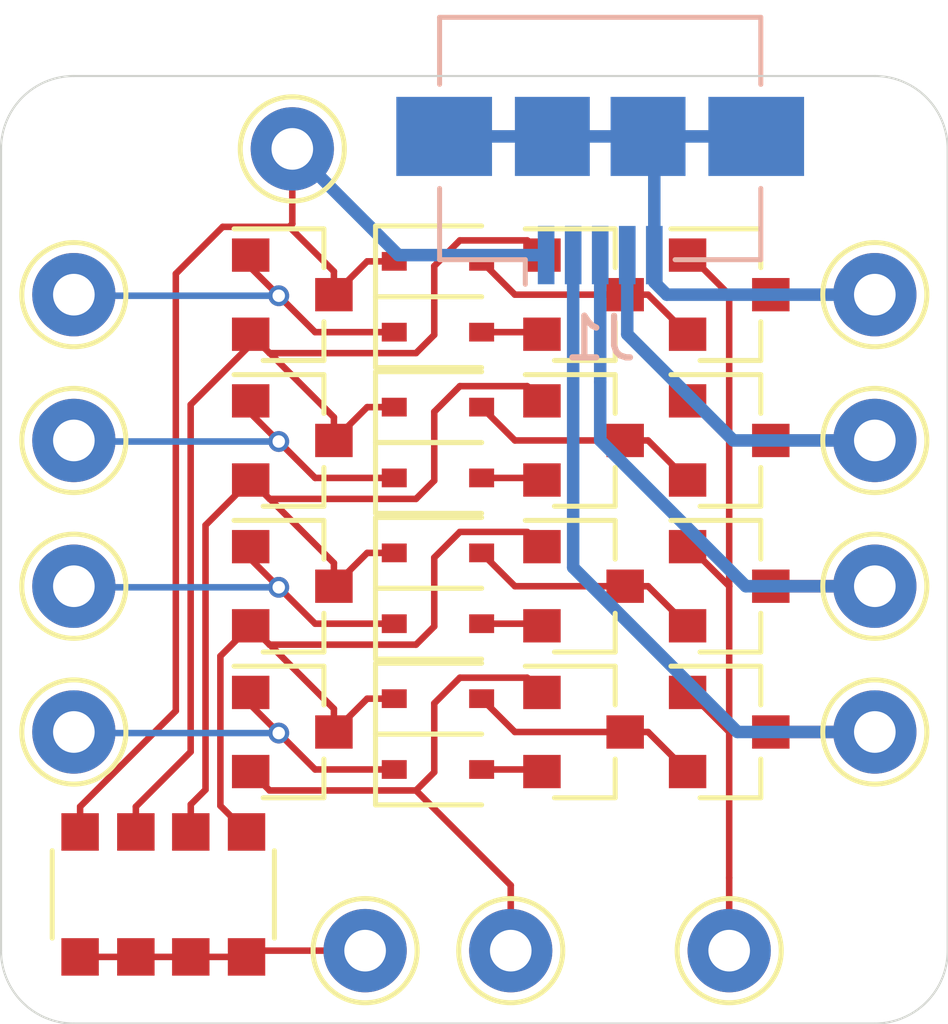
<source format=kicad_pcb>
(kicad_pcb (version 20171130) (host pcbnew "(5.1.9)-1")

  (general
    (thickness 1.6)
    (drawings 8)
    (tracks 166)
    (zones 0)
    (modules 34)
    (nets 24)
  )

  (page A4)
  (layers
    (0 F.Cu signal)
    (31 B.Cu signal)
    (32 B.Adhes user)
    (33 F.Adhes user)
    (34 B.Paste user)
    (35 F.Paste user)
    (36 B.SilkS user)
    (37 F.SilkS user)
    (38 B.Mask user)
    (39 F.Mask user)
    (40 Dwgs.User user)
    (41 Cmts.User user)
    (42 Eco1.User user)
    (43 Eco2.User user)
    (44 Edge.Cuts user)
    (45 Margin user)
    (46 B.CrtYd user)
    (47 F.CrtYd user)
    (48 B.Fab user)
    (49 F.Fab user hide)
  )

  (setup
    (last_trace_width 0.157)
    (user_trace_width 0.3)
    (trace_clearance 0.2)
    (zone_clearance 0.508)
    (zone_45_only no)
    (trace_min 0.157)
    (via_size 0.5)
    (via_drill 0.3)
    (via_min_size 0.4)
    (via_min_drill 0.3)
    (uvia_size 0.3)
    (uvia_drill 0.1)
    (uvias_allowed no)
    (uvia_min_size 0.2)
    (uvia_min_drill 0.1)
    (edge_width 0.05)
    (segment_width 0.2)
    (pcb_text_width 0.3)
    (pcb_text_size 1.5 1.5)
    (mod_edge_width 0.12)
    (mod_text_size 1 1)
    (mod_text_width 0.15)
    (pad_size 1.524 1.524)
    (pad_drill 0.762)
    (pad_to_mask_clearance 0)
    (aux_axis_origin 0 0)
    (grid_origin 145.25 91)
    (visible_elements 7FFFFFFF)
    (pcbplotparams
      (layerselection 0x010fc_ffffffff)
      (usegerberextensions true)
      (usegerberattributes true)
      (usegerberadvancedattributes true)
      (creategerberjobfile false)
      (excludeedgelayer true)
      (linewidth 0.100000)
      (plotframeref false)
      (viasonmask false)
      (mode 1)
      (useauxorigin false)
      (hpglpennumber 1)
      (hpglpenspeed 20)
      (hpglpendiameter 15.000000)
      (psnegative false)
      (psa4output false)
      (plotreference false)
      (plotvalue false)
      (plotinvisibletext false)
      (padsonsilk false)
      (subtractmaskfromsilk true)
      (outputformat 1)
      (mirror false)
      (drillshape 0)
      (scaleselection 1)
      (outputdirectory "gerbers/"))
  )

  (net 0 "")
  (net 1 "Net-(D1-Pad2)")
  (net 2 /~Co)
  (net 3 "Net-(D2-Pad2)")
  (net 4 /I3)
  (net 5 "Net-(D3-Pad2)")
  (net 6 "Net-(D3-Pad1)")
  (net 7 "Net-(D4-Pad2)")
  (net 8 /I2)
  (net 9 "Net-(D5-Pad2)")
  (net 10 "Net-(D5-Pad1)")
  (net 11 "Net-(D6-Pad2)")
  (net 12 /I1)
  (net 13 "Net-(D7-Pad2)")
  (net 14 "Net-(D7-Pad1)")
  (net 15 "Net-(D8-Pad2)")
  (net 16 /I0)
  (net 17 /~Ci)
  (net 18 /O3)
  (net 19 /OE)
  (net 20 /O2)
  (net 21 /O1)
  (net 22 /O0)
  (net 23 VCC)

  (net_class Default "This is the default net class."
    (clearance 0.2)
    (trace_width 0.157)
    (via_dia 0.5)
    (via_drill 0.3)
    (uvia_dia 0.3)
    (uvia_drill 0.1)
    (add_net /I0)
    (add_net /I1)
    (add_net /I2)
    (add_net /I3)
    (add_net /O0)
    (add_net /O1)
    (add_net /O2)
    (add_net /O3)
    (add_net /OE)
    (add_net /~Ci)
    (add_net /~Co)
    (add_net "Net-(D1-Pad2)")
    (add_net "Net-(D2-Pad2)")
    (add_net "Net-(D3-Pad1)")
    (add_net "Net-(D3-Pad2)")
    (add_net "Net-(D4-Pad2)")
    (add_net "Net-(D5-Pad1)")
    (add_net "Net-(D5-Pad2)")
    (add_net "Net-(D6-Pad2)")
    (add_net "Net-(D7-Pad1)")
    (add_net "Net-(D7-Pad2)")
    (add_net "Net-(D8-Pad2)")
    (add_net VCC)
  )

  (module Connector_USB:USB_Micro-B_Amphenol_10104110_Horizontal (layer B.Cu) (tedit 5E5842A1) (tstamp 6324B1C7)
    (at 157.9 88.5)
    (descr "USB Micro-B, horizontal, https://cdn.amphenol-icc.com/media/wysiwyg/files/drawing/10104110.pdf")
    (tags "USB Micro B horizontal")
    (path /63296AB4)
    (attr smd)
    (fp_text reference J1 (at 0 3.55) (layer B.SilkS)
      (effects (font (size 1 1) (thickness 0.15)) (justify mirror))
    )
    (fp_text value USB_B_Micro (at 0 -5.35) (layer B.Fab) hide
      (effects (font (size 1 1) (thickness 0.15)) (justify mirror))
    )
    (fp_line (start 5.4 2.75) (end -5.4 2.75) (layer B.CrtYd) (width 0.05))
    (fp_line (start 5.4 -4.55) (end 5.4 2.75) (layer B.CrtYd) (width 0.05))
    (fp_line (start -5.4 -4.55) (end 5.4 -4.55) (layer B.CrtYd) (width 0.05))
    (fp_line (start -5.4 2.75) (end -5.4 -4.55) (layer B.CrtYd) (width 0.05))
    (fp_line (start -1.8 1.66) (end -1.8 2.25) (layer B.SilkS) (width 0.12))
    (fp_line (start 3.86 -4.16) (end 3.86 -2.55) (layer B.SilkS) (width 0.12))
    (fp_line (start -3.86 -4.16) (end 3.86 -4.16) (layer B.SilkS) (width 0.12))
    (fp_line (start -2.6 -2.75) (end 2.6 -2.75) (layer B.Fab) (width 0.1))
    (fp_line (start -3.75 1.55) (end 3.75 1.55) (layer B.Fab) (width 0.1))
    (fp_line (start 3.75 1.55) (end 3.75 -4.05) (layer B.Fab) (width 0.1))
    (fp_line (start 3.75 -4.05) (end -3.75 -4.05) (layer B.Fab) (width 0.1))
    (fp_line (start -3.75 -4.05) (end -3.75 1.55) (layer B.Fab) (width 0.1))
    (fp_line (start -1.7 2.25) (end -1.3 1.85) (layer B.Fab) (width 0.1))
    (fp_line (start -0.9 2.25) (end -1.7 2.25) (layer B.Fab) (width 0.1))
    (fp_line (start -1.3 1.85) (end -0.9 2.25) (layer B.Fab) (width 0.1))
    (fp_line (start -3.86 -0.05) (end -3.86 1.66) (layer B.SilkS) (width 0.12))
    (fp_line (start -3.86 1.66) (end -1.8 1.66) (layer B.SilkS) (width 0.12))
    (fp_line (start 3.86 -0.05) (end 3.86 1.66) (layer B.SilkS) (width 0.12))
    (fp_line (start 3.86 1.66) (end 1.8 1.66) (layer B.SilkS) (width 0.12))
    (fp_line (start -3.86 -4.16) (end -3.86 -2.55) (layer B.SilkS) (width 0.12))
    (fp_text user "PCB edge" (at 0 -2.75) (layer Dwgs.User)
      (effects (font (size 0.5 0.5) (thickness 0.08)))
    )
    (fp_text user %R (at 0 0.2) (layer B.Fab)
      (effects (font (size 1 1) (thickness 0.15)) (justify mirror))
    )
    (pad 1 smd rect (at -1.3 1.55) (size 0.4 1.4) (layers B.Cu B.Paste B.Mask)
      (net 2 /~Co))
    (pad 2 smd rect (at -0.65 1.55) (size 0.4 1.4) (layers B.Cu B.Paste B.Mask)
      (net 22 /O0))
    (pad 3 smd rect (at 0 1.55) (size 0.4 1.4) (layers B.Cu B.Paste B.Mask)
      (net 21 /O1))
    (pad 4 smd rect (at 0.65 1.55) (size 0.4 1.4) (layers B.Cu B.Paste B.Mask)
      (net 20 /O2))
    (pad 5 smd rect (at 1.3 1.55) (size 0.4 1.4) (layers B.Cu B.Paste B.Mask)
      (net 18 /O3))
    (pad 6 smd rect (at -3.75 -1.3) (size 2.3 1.9) (layers B.Cu B.Paste B.Mask)
      (net 18 /O3))
    (pad 6 smd rect (at 3.75 -1.3) (size 2.3 1.9) (layers B.Cu B.Paste B.Mask)
      (net 18 /O3))
    (pad 6 smd rect (at -1.15 -1.3) (size 1.8 1.9) (layers B.Cu B.Paste B.Mask)
      (net 18 /O3))
    (pad 6 smd rect (at 1.15 -1.3) (size 1.8 1.9) (layers B.Cu B.Paste B.Mask)
      (net 18 /O3))
    (model ${KISYS3DMOD}/Connector_USB.3dshapes/USB_Micro-B_Amphenol_10104110_Horizontal.wrl
      (at (xyz 0 0 0))
      (scale (xyz 1 1 1))
      (rotate (xyz 0 0 0))
    )
  )

  (module Diode_SMD:D_SOD-323 (layer F.Cu) (tedit 58641739) (tstamp 6307BBD9)
    (at 154 102.4)
    (descr SOD-323)
    (tags SOD-323)
    (path /63141A2B)
    (attr smd)
    (fp_text reference D8 (at 0 -1.85) (layer F.Fab) hide
      (effects (font (size 1 1) (thickness 0.15)))
    )
    (fp_text value D (at 0.1 1.9) (layer F.Fab) hide
      (effects (font (size 1 1) (thickness 0.15)))
    )
    (fp_line (start -1.5 -0.85) (end 1.05 -0.85) (layer F.SilkS) (width 0.12))
    (fp_line (start -1.5 0.85) (end 1.05 0.85) (layer F.SilkS) (width 0.12))
    (fp_line (start -1.6 -0.95) (end -1.6 0.95) (layer F.CrtYd) (width 0.05))
    (fp_line (start -1.6 0.95) (end 1.6 0.95) (layer F.CrtYd) (width 0.05))
    (fp_line (start 1.6 -0.95) (end 1.6 0.95) (layer F.CrtYd) (width 0.05))
    (fp_line (start -1.6 -0.95) (end 1.6 -0.95) (layer F.CrtYd) (width 0.05))
    (fp_line (start -0.9 -0.7) (end 0.9 -0.7) (layer F.Fab) (width 0.1))
    (fp_line (start 0.9 -0.7) (end 0.9 0.7) (layer F.Fab) (width 0.1))
    (fp_line (start 0.9 0.7) (end -0.9 0.7) (layer F.Fab) (width 0.1))
    (fp_line (start -0.9 0.7) (end -0.9 -0.7) (layer F.Fab) (width 0.1))
    (fp_line (start -0.3 -0.35) (end -0.3 0.35) (layer F.Fab) (width 0.1))
    (fp_line (start -0.3 0) (end -0.5 0) (layer F.Fab) (width 0.1))
    (fp_line (start -0.3 0) (end 0.2 -0.35) (layer F.Fab) (width 0.1))
    (fp_line (start 0.2 -0.35) (end 0.2 0.35) (layer F.Fab) (width 0.1))
    (fp_line (start 0.2 0.35) (end -0.3 0) (layer F.Fab) (width 0.1))
    (fp_line (start 0.2 0) (end 0.45 0) (layer F.Fab) (width 0.1))
    (fp_line (start -1.5 -0.85) (end -1.5 0.85) (layer F.SilkS) (width 0.12))
    (fp_text user %R (at 0 -1.85) (layer F.Fab) hide
      (effects (font (size 1 1) (thickness 0.15)))
    )
    (pad 2 smd rect (at 1.05 0) (size 0.6 0.45) (layers F.Cu F.Paste F.Mask)
      (net 15 "Net-(D8-Pad2)"))
    (pad 1 smd rect (at -1.05 0) (size 0.6 0.45) (layers F.Cu F.Paste F.Mask)
      (net 16 /I0))
    (model ${KISYS3DMOD}/Diode_SMD.3dshapes/D_SOD-323.wrl
      (at (xyz 0 0 0))
      (scale (xyz 1 1 1))
      (rotate (xyz 0 0 0))
    )
  )

  (module Diode_SMD:D_SOD-323 (layer F.Cu) (tedit 58641739) (tstamp 6307BBC1)
    (at 154 100.7)
    (descr SOD-323)
    (tags SOD-323)
    (path /63141A25)
    (attr smd)
    (fp_text reference D7 (at 0 -1.85) (layer F.Fab) hide
      (effects (font (size 1 1) (thickness 0.15)))
    )
    (fp_text value D (at 0.1 1.9) (layer F.Fab) hide
      (effects (font (size 1 1) (thickness 0.15)))
    )
    (fp_line (start -1.5 -0.85) (end 1.05 -0.85) (layer F.SilkS) (width 0.12))
    (fp_line (start -1.5 0.85) (end 1.05 0.85) (layer F.SilkS) (width 0.12))
    (fp_line (start -1.6 -0.95) (end -1.6 0.95) (layer F.CrtYd) (width 0.05))
    (fp_line (start -1.6 0.95) (end 1.6 0.95) (layer F.CrtYd) (width 0.05))
    (fp_line (start 1.6 -0.95) (end 1.6 0.95) (layer F.CrtYd) (width 0.05))
    (fp_line (start -1.6 -0.95) (end 1.6 -0.95) (layer F.CrtYd) (width 0.05))
    (fp_line (start -0.9 -0.7) (end 0.9 -0.7) (layer F.Fab) (width 0.1))
    (fp_line (start 0.9 -0.7) (end 0.9 0.7) (layer F.Fab) (width 0.1))
    (fp_line (start 0.9 0.7) (end -0.9 0.7) (layer F.Fab) (width 0.1))
    (fp_line (start -0.9 0.7) (end -0.9 -0.7) (layer F.Fab) (width 0.1))
    (fp_line (start -0.3 -0.35) (end -0.3 0.35) (layer F.Fab) (width 0.1))
    (fp_line (start -0.3 0) (end -0.5 0) (layer F.Fab) (width 0.1))
    (fp_line (start -0.3 0) (end 0.2 -0.35) (layer F.Fab) (width 0.1))
    (fp_line (start 0.2 -0.35) (end 0.2 0.35) (layer F.Fab) (width 0.1))
    (fp_line (start 0.2 0.35) (end -0.3 0) (layer F.Fab) (width 0.1))
    (fp_line (start 0.2 0) (end 0.45 0) (layer F.Fab) (width 0.1))
    (fp_line (start -1.5 -0.85) (end -1.5 0.85) (layer F.SilkS) (width 0.12))
    (fp_text user %R (at 0 -1.85) (layer F.Fab) hide
      (effects (font (size 1 1) (thickness 0.15)))
    )
    (pad 2 smd rect (at 1.05 0) (size 0.6 0.45) (layers F.Cu F.Paste F.Mask)
      (net 13 "Net-(D7-Pad2)"))
    (pad 1 smd rect (at -1.05 0) (size 0.6 0.45) (layers F.Cu F.Paste F.Mask)
      (net 14 "Net-(D7-Pad1)"))
    (model ${KISYS3DMOD}/Diode_SMD.3dshapes/D_SOD-323.wrl
      (at (xyz 0 0 0))
      (scale (xyz 1 1 1))
      (rotate (xyz 0 0 0))
    )
  )

  (module Diode_SMD:D_SOD-323 (layer F.Cu) (tedit 58641739) (tstamp 6307BBA9)
    (at 154 98.9)
    (descr SOD-323)
    (tags SOD-323)
    (path /631419EB)
    (attr smd)
    (fp_text reference D6 (at 0 -1.85) (layer F.Fab) hide
      (effects (font (size 1 1) (thickness 0.15)))
    )
    (fp_text value D (at 0.1 1.9) (layer F.Fab) hide
      (effects (font (size 1 1) (thickness 0.15)))
    )
    (fp_line (start -1.5 -0.85) (end 1.05 -0.85) (layer F.SilkS) (width 0.12))
    (fp_line (start -1.5 0.85) (end 1.05 0.85) (layer F.SilkS) (width 0.12))
    (fp_line (start -1.6 -0.95) (end -1.6 0.95) (layer F.CrtYd) (width 0.05))
    (fp_line (start -1.6 0.95) (end 1.6 0.95) (layer F.CrtYd) (width 0.05))
    (fp_line (start 1.6 -0.95) (end 1.6 0.95) (layer F.CrtYd) (width 0.05))
    (fp_line (start -1.6 -0.95) (end 1.6 -0.95) (layer F.CrtYd) (width 0.05))
    (fp_line (start -0.9 -0.7) (end 0.9 -0.7) (layer F.Fab) (width 0.1))
    (fp_line (start 0.9 -0.7) (end 0.9 0.7) (layer F.Fab) (width 0.1))
    (fp_line (start 0.9 0.7) (end -0.9 0.7) (layer F.Fab) (width 0.1))
    (fp_line (start -0.9 0.7) (end -0.9 -0.7) (layer F.Fab) (width 0.1))
    (fp_line (start -0.3 -0.35) (end -0.3 0.35) (layer F.Fab) (width 0.1))
    (fp_line (start -0.3 0) (end -0.5 0) (layer F.Fab) (width 0.1))
    (fp_line (start -0.3 0) (end 0.2 -0.35) (layer F.Fab) (width 0.1))
    (fp_line (start 0.2 -0.35) (end 0.2 0.35) (layer F.Fab) (width 0.1))
    (fp_line (start 0.2 0.35) (end -0.3 0) (layer F.Fab) (width 0.1))
    (fp_line (start 0.2 0) (end 0.45 0) (layer F.Fab) (width 0.1))
    (fp_line (start -1.5 -0.85) (end -1.5 0.85) (layer F.SilkS) (width 0.12))
    (fp_text user %R (at 0 -1.85) (layer F.Fab) hide
      (effects (font (size 1 1) (thickness 0.15)))
    )
    (pad 2 smd rect (at 1.05 0) (size 0.6 0.45) (layers F.Cu F.Paste F.Mask)
      (net 11 "Net-(D6-Pad2)"))
    (pad 1 smd rect (at -1.05 0) (size 0.6 0.45) (layers F.Cu F.Paste F.Mask)
      (net 12 /I1))
    (model ${KISYS3DMOD}/Diode_SMD.3dshapes/D_SOD-323.wrl
      (at (xyz 0 0 0))
      (scale (xyz 1 1 1))
      (rotate (xyz 0 0 0))
    )
  )

  (module Diode_SMD:D_SOD-323 (layer F.Cu) (tedit 58641739) (tstamp 6307BB91)
    (at 154 97.2)
    (descr SOD-323)
    (tags SOD-323)
    (path /631419E5)
    (attr smd)
    (fp_text reference D5 (at 0 -1.85) (layer F.Fab) hide
      (effects (font (size 1 1) (thickness 0.15)))
    )
    (fp_text value D (at 0.1 1.9) (layer F.Fab) hide
      (effects (font (size 1 1) (thickness 0.15)))
    )
    (fp_line (start -1.5 -0.85) (end 1.05 -0.85) (layer F.SilkS) (width 0.12))
    (fp_line (start -1.5 0.85) (end 1.05 0.85) (layer F.SilkS) (width 0.12))
    (fp_line (start -1.6 -0.95) (end -1.6 0.95) (layer F.CrtYd) (width 0.05))
    (fp_line (start -1.6 0.95) (end 1.6 0.95) (layer F.CrtYd) (width 0.05))
    (fp_line (start 1.6 -0.95) (end 1.6 0.95) (layer F.CrtYd) (width 0.05))
    (fp_line (start -1.6 -0.95) (end 1.6 -0.95) (layer F.CrtYd) (width 0.05))
    (fp_line (start -0.9 -0.7) (end 0.9 -0.7) (layer F.Fab) (width 0.1))
    (fp_line (start 0.9 -0.7) (end 0.9 0.7) (layer F.Fab) (width 0.1))
    (fp_line (start 0.9 0.7) (end -0.9 0.7) (layer F.Fab) (width 0.1))
    (fp_line (start -0.9 0.7) (end -0.9 -0.7) (layer F.Fab) (width 0.1))
    (fp_line (start -0.3 -0.35) (end -0.3 0.35) (layer F.Fab) (width 0.1))
    (fp_line (start -0.3 0) (end -0.5 0) (layer F.Fab) (width 0.1))
    (fp_line (start -0.3 0) (end 0.2 -0.35) (layer F.Fab) (width 0.1))
    (fp_line (start 0.2 -0.35) (end 0.2 0.35) (layer F.Fab) (width 0.1))
    (fp_line (start 0.2 0.35) (end -0.3 0) (layer F.Fab) (width 0.1))
    (fp_line (start 0.2 0) (end 0.45 0) (layer F.Fab) (width 0.1))
    (fp_line (start -1.5 -0.85) (end -1.5 0.85) (layer F.SilkS) (width 0.12))
    (fp_text user %R (at 0 -1.85) (layer F.Fab) hide
      (effects (font (size 1 1) (thickness 0.15)))
    )
    (pad 2 smd rect (at 1.05 0) (size 0.6 0.45) (layers F.Cu F.Paste F.Mask)
      (net 9 "Net-(D5-Pad2)"))
    (pad 1 smd rect (at -1.05 0) (size 0.6 0.45) (layers F.Cu F.Paste F.Mask)
      (net 10 "Net-(D5-Pad1)"))
    (model ${KISYS3DMOD}/Diode_SMD.3dshapes/D_SOD-323.wrl
      (at (xyz 0 0 0))
      (scale (xyz 1 1 1))
      (rotate (xyz 0 0 0))
    )
  )

  (module Diode_SMD:D_SOD-323 (layer F.Cu) (tedit 58641739) (tstamp 6307BB79)
    (at 154 95.4)
    (descr SOD-323)
    (tags SOD-323)
    (path /631419AB)
    (attr smd)
    (fp_text reference D4 (at 0 -1.85) (layer F.Fab) hide
      (effects (font (size 1 1) (thickness 0.15)))
    )
    (fp_text value D (at 0.1 1.9) (layer F.Fab) hide
      (effects (font (size 1 1) (thickness 0.15)))
    )
    (fp_line (start -1.5 -0.85) (end 1.05 -0.85) (layer F.SilkS) (width 0.12))
    (fp_line (start -1.5 0.85) (end 1.05 0.85) (layer F.SilkS) (width 0.12))
    (fp_line (start -1.6 -0.95) (end -1.6 0.95) (layer F.CrtYd) (width 0.05))
    (fp_line (start -1.6 0.95) (end 1.6 0.95) (layer F.CrtYd) (width 0.05))
    (fp_line (start 1.6 -0.95) (end 1.6 0.95) (layer F.CrtYd) (width 0.05))
    (fp_line (start -1.6 -0.95) (end 1.6 -0.95) (layer F.CrtYd) (width 0.05))
    (fp_line (start -0.9 -0.7) (end 0.9 -0.7) (layer F.Fab) (width 0.1))
    (fp_line (start 0.9 -0.7) (end 0.9 0.7) (layer F.Fab) (width 0.1))
    (fp_line (start 0.9 0.7) (end -0.9 0.7) (layer F.Fab) (width 0.1))
    (fp_line (start -0.9 0.7) (end -0.9 -0.7) (layer F.Fab) (width 0.1))
    (fp_line (start -0.3 -0.35) (end -0.3 0.35) (layer F.Fab) (width 0.1))
    (fp_line (start -0.3 0) (end -0.5 0) (layer F.Fab) (width 0.1))
    (fp_line (start -0.3 0) (end 0.2 -0.35) (layer F.Fab) (width 0.1))
    (fp_line (start 0.2 -0.35) (end 0.2 0.35) (layer F.Fab) (width 0.1))
    (fp_line (start 0.2 0.35) (end -0.3 0) (layer F.Fab) (width 0.1))
    (fp_line (start 0.2 0) (end 0.45 0) (layer F.Fab) (width 0.1))
    (fp_line (start -1.5 -0.85) (end -1.5 0.85) (layer F.SilkS) (width 0.12))
    (fp_text user %R (at 0 -1.85) (layer F.Fab) hide
      (effects (font (size 1 1) (thickness 0.15)))
    )
    (pad 2 smd rect (at 1.05 0) (size 0.6 0.45) (layers F.Cu F.Paste F.Mask)
      (net 7 "Net-(D4-Pad2)"))
    (pad 1 smd rect (at -1.05 0) (size 0.6 0.45) (layers F.Cu F.Paste F.Mask)
      (net 8 /I2))
    (model ${KISYS3DMOD}/Diode_SMD.3dshapes/D_SOD-323.wrl
      (at (xyz 0 0 0))
      (scale (xyz 1 1 1))
      (rotate (xyz 0 0 0))
    )
  )

  (module Diode_SMD:D_SOD-323 (layer F.Cu) (tedit 58641739) (tstamp 6307BB61)
    (at 154 93.7)
    (descr SOD-323)
    (tags SOD-323)
    (path /631419A5)
    (attr smd)
    (fp_text reference D3 (at 0 -1.85) (layer F.Fab) hide
      (effects (font (size 1 1) (thickness 0.15)))
    )
    (fp_text value D (at 0.1 1.9) (layer F.Fab) hide
      (effects (font (size 1 1) (thickness 0.15)))
    )
    (fp_line (start -1.5 -0.85) (end 1.05 -0.85) (layer F.SilkS) (width 0.12))
    (fp_line (start -1.5 0.85) (end 1.05 0.85) (layer F.SilkS) (width 0.12))
    (fp_line (start -1.6 -0.95) (end -1.6 0.95) (layer F.CrtYd) (width 0.05))
    (fp_line (start -1.6 0.95) (end 1.6 0.95) (layer F.CrtYd) (width 0.05))
    (fp_line (start 1.6 -0.95) (end 1.6 0.95) (layer F.CrtYd) (width 0.05))
    (fp_line (start -1.6 -0.95) (end 1.6 -0.95) (layer F.CrtYd) (width 0.05))
    (fp_line (start -0.9 -0.7) (end 0.9 -0.7) (layer F.Fab) (width 0.1))
    (fp_line (start 0.9 -0.7) (end 0.9 0.7) (layer F.Fab) (width 0.1))
    (fp_line (start 0.9 0.7) (end -0.9 0.7) (layer F.Fab) (width 0.1))
    (fp_line (start -0.9 0.7) (end -0.9 -0.7) (layer F.Fab) (width 0.1))
    (fp_line (start -0.3 -0.35) (end -0.3 0.35) (layer F.Fab) (width 0.1))
    (fp_line (start -0.3 0) (end -0.5 0) (layer F.Fab) (width 0.1))
    (fp_line (start -0.3 0) (end 0.2 -0.35) (layer F.Fab) (width 0.1))
    (fp_line (start 0.2 -0.35) (end 0.2 0.35) (layer F.Fab) (width 0.1))
    (fp_line (start 0.2 0.35) (end -0.3 0) (layer F.Fab) (width 0.1))
    (fp_line (start 0.2 0) (end 0.45 0) (layer F.Fab) (width 0.1))
    (fp_line (start -1.5 -0.85) (end -1.5 0.85) (layer F.SilkS) (width 0.12))
    (fp_text user %R (at 0 -1.85) (layer F.Fab) hide
      (effects (font (size 1 1) (thickness 0.15)))
    )
    (pad 2 smd rect (at 1.05 0) (size 0.6 0.45) (layers F.Cu F.Paste F.Mask)
      (net 5 "Net-(D3-Pad2)"))
    (pad 1 smd rect (at -1.05 0) (size 0.6 0.45) (layers F.Cu F.Paste F.Mask)
      (net 6 "Net-(D3-Pad1)"))
    (model ${KISYS3DMOD}/Diode_SMD.3dshapes/D_SOD-323.wrl
      (at (xyz 0 0 0))
      (scale (xyz 1 1 1))
      (rotate (xyz 0 0 0))
    )
  )

  (module Diode_SMD:D_SOD-323 (layer F.Cu) (tedit 58641739) (tstamp 6307BB49)
    (at 154 91.9)
    (descr SOD-323)
    (tags SOD-323)
    (path /631346DD)
    (attr smd)
    (fp_text reference D2 (at 0 -1.85) (layer F.Fab) hide
      (effects (font (size 1 1) (thickness 0.15)))
    )
    (fp_text value D (at 0.1 1.9) (layer F.Fab) hide
      (effects (font (size 1 1) (thickness 0.15)))
    )
    (fp_line (start -1.5 -0.85) (end 1.05 -0.85) (layer F.SilkS) (width 0.12))
    (fp_line (start -1.5 0.85) (end 1.05 0.85) (layer F.SilkS) (width 0.12))
    (fp_line (start -1.6 -0.95) (end -1.6 0.95) (layer F.CrtYd) (width 0.05))
    (fp_line (start -1.6 0.95) (end 1.6 0.95) (layer F.CrtYd) (width 0.05))
    (fp_line (start 1.6 -0.95) (end 1.6 0.95) (layer F.CrtYd) (width 0.05))
    (fp_line (start -1.6 -0.95) (end 1.6 -0.95) (layer F.CrtYd) (width 0.05))
    (fp_line (start -0.9 -0.7) (end 0.9 -0.7) (layer F.Fab) (width 0.1))
    (fp_line (start 0.9 -0.7) (end 0.9 0.7) (layer F.Fab) (width 0.1))
    (fp_line (start 0.9 0.7) (end -0.9 0.7) (layer F.Fab) (width 0.1))
    (fp_line (start -0.9 0.7) (end -0.9 -0.7) (layer F.Fab) (width 0.1))
    (fp_line (start -0.3 -0.35) (end -0.3 0.35) (layer F.Fab) (width 0.1))
    (fp_line (start -0.3 0) (end -0.5 0) (layer F.Fab) (width 0.1))
    (fp_line (start -0.3 0) (end 0.2 -0.35) (layer F.Fab) (width 0.1))
    (fp_line (start 0.2 -0.35) (end 0.2 0.35) (layer F.Fab) (width 0.1))
    (fp_line (start 0.2 0.35) (end -0.3 0) (layer F.Fab) (width 0.1))
    (fp_line (start 0.2 0) (end 0.45 0) (layer F.Fab) (width 0.1))
    (fp_line (start -1.5 -0.85) (end -1.5 0.85) (layer F.SilkS) (width 0.12))
    (fp_text user %R (at 0 -1.85) (layer F.Fab) hide
      (effects (font (size 1 1) (thickness 0.15)))
    )
    (pad 2 smd rect (at 1.05 0) (size 0.6 0.45) (layers F.Cu F.Paste F.Mask)
      (net 3 "Net-(D2-Pad2)"))
    (pad 1 smd rect (at -1.05 0) (size 0.6 0.45) (layers F.Cu F.Paste F.Mask)
      (net 4 /I3))
    (model ${KISYS3DMOD}/Diode_SMD.3dshapes/D_SOD-323.wrl
      (at (xyz 0 0 0))
      (scale (xyz 1 1 1))
      (rotate (xyz 0 0 0))
    )
  )

  (module Diode_SMD:D_SOD-323 (layer F.Cu) (tedit 58641739) (tstamp 6307BB31)
    (at 154 90.2)
    (descr SOD-323)
    (tags SOD-323)
    (path /631346D7)
    (attr smd)
    (fp_text reference D1 (at 0 -1.85) (layer F.Fab) hide
      (effects (font (size 1 1) (thickness 0.15)))
    )
    (fp_text value D (at 0.1 1.9) (layer F.Fab) hide
      (effects (font (size 1 1) (thickness 0.15)))
    )
    (fp_line (start -1.5 -0.85) (end 1.05 -0.85) (layer F.SilkS) (width 0.12))
    (fp_line (start -1.5 0.85) (end 1.05 0.85) (layer F.SilkS) (width 0.12))
    (fp_line (start -1.6 -0.95) (end -1.6 0.95) (layer F.CrtYd) (width 0.05))
    (fp_line (start -1.6 0.95) (end 1.6 0.95) (layer F.CrtYd) (width 0.05))
    (fp_line (start 1.6 -0.95) (end 1.6 0.95) (layer F.CrtYd) (width 0.05))
    (fp_line (start -1.6 -0.95) (end 1.6 -0.95) (layer F.CrtYd) (width 0.05))
    (fp_line (start -0.9 -0.7) (end 0.9 -0.7) (layer F.Fab) (width 0.1))
    (fp_line (start 0.9 -0.7) (end 0.9 0.7) (layer F.Fab) (width 0.1))
    (fp_line (start 0.9 0.7) (end -0.9 0.7) (layer F.Fab) (width 0.1))
    (fp_line (start -0.9 0.7) (end -0.9 -0.7) (layer F.Fab) (width 0.1))
    (fp_line (start -0.3 -0.35) (end -0.3 0.35) (layer F.Fab) (width 0.1))
    (fp_line (start -0.3 0) (end -0.5 0) (layer F.Fab) (width 0.1))
    (fp_line (start -0.3 0) (end 0.2 -0.35) (layer F.Fab) (width 0.1))
    (fp_line (start 0.2 -0.35) (end 0.2 0.35) (layer F.Fab) (width 0.1))
    (fp_line (start 0.2 0.35) (end -0.3 0) (layer F.Fab) (width 0.1))
    (fp_line (start 0.2 0) (end 0.45 0) (layer F.Fab) (width 0.1))
    (fp_line (start -1.5 -0.85) (end -1.5 0.85) (layer F.SilkS) (width 0.12))
    (fp_text user %R (at 0 -1.85) (layer F.Fab) hide
      (effects (font (size 1 1) (thickness 0.15)))
    )
    (pad 2 smd rect (at 1.05 0) (size 0.6 0.45) (layers F.Cu F.Paste F.Mask)
      (net 1 "Net-(D1-Pad2)"))
    (pad 1 smd rect (at -1.05 0) (size 0.6 0.45) (layers F.Cu F.Paste F.Mask)
      (net 2 /~Co))
    (model ${KISYS3DMOD}/Diode_SMD.3dshapes/D_SOD-323.wrl
      (at (xyz 0 0 0))
      (scale (xyz 1 1 1))
      (rotate (xyz 0 0 0))
    )
  )

  (module Package_TO_SOT_SMD:SOT-23 (layer F.Cu) (tedit 5A02FF57) (tstamp 6307C615)
    (at 161 101.5)
    (descr "SOT-23, Standard")
    (tags SOT-23)
    (path /631C7B3E)
    (attr smd)
    (fp_text reference Q12 (at 0 -2.5) (layer F.Fab) hide
      (effects (font (size 1 1) (thickness 0.15)))
    )
    (fp_text value 2N7002 (at 0 2.5) (layer F.Fab) hide
      (effects (font (size 1 1) (thickness 0.15)))
    )
    (fp_line (start 0.76 1.58) (end -0.7 1.58) (layer F.SilkS) (width 0.12))
    (fp_line (start 0.76 -1.58) (end -1.4 -1.58) (layer F.SilkS) (width 0.12))
    (fp_line (start -1.7 1.75) (end -1.7 -1.75) (layer F.CrtYd) (width 0.05))
    (fp_line (start 1.7 1.75) (end -1.7 1.75) (layer F.CrtYd) (width 0.05))
    (fp_line (start 1.7 -1.75) (end 1.7 1.75) (layer F.CrtYd) (width 0.05))
    (fp_line (start -1.7 -1.75) (end 1.7 -1.75) (layer F.CrtYd) (width 0.05))
    (fp_line (start 0.76 -1.58) (end 0.76 -0.65) (layer F.SilkS) (width 0.12))
    (fp_line (start 0.76 1.58) (end 0.76 0.65) (layer F.SilkS) (width 0.12))
    (fp_line (start -0.7 1.52) (end 0.7 1.52) (layer F.Fab) (width 0.1))
    (fp_line (start 0.7 -1.52) (end 0.7 1.52) (layer F.Fab) (width 0.1))
    (fp_line (start -0.7 -0.95) (end -0.15 -1.52) (layer F.Fab) (width 0.1))
    (fp_line (start -0.15 -1.52) (end 0.7 -1.52) (layer F.Fab) (width 0.1))
    (fp_line (start -0.7 -0.95) (end -0.7 1.5) (layer F.Fab) (width 0.1))
    (fp_text user %R (at 0 0 90) (layer F.Fab) hide
      (effects (font (size 0.5 0.5) (thickness 0.075)))
    )
    (pad 3 smd rect (at 1 0) (size 0.9 0.8) (layers F.Cu F.Paste F.Mask)
      (net 22 /O0))
    (pad 2 smd rect (at -1 0.95) (size 0.9 0.8) (layers F.Cu F.Paste F.Mask)
      (net 13 "Net-(D7-Pad2)"))
    (pad 1 smd rect (at -1 -0.95) (size 0.9 0.8) (layers F.Cu F.Paste F.Mask)
      (net 19 /OE))
    (model ${KISYS3DMOD}/Package_TO_SOT_SMD.3dshapes/SOT-23.wrl
      (at (xyz 0 0 0))
      (scale (xyz 1 1 1))
      (rotate (xyz 0 0 0))
    )
  )

  (module Package_TO_SOT_SMD:SOT-23 (layer F.Cu) (tedit 5A02FF57) (tstamp 6307C600)
    (at 161 98)
    (descr "SOT-23, Standard")
    (tags SOT-23)
    (path /631E665F)
    (attr smd)
    (fp_text reference Q11 (at 0 -2.5) (layer F.Fab) hide
      (effects (font (size 1 1) (thickness 0.15)))
    )
    (fp_text value 2N7002 (at 0 2.5) (layer F.Fab) hide
      (effects (font (size 1 1) (thickness 0.15)))
    )
    (fp_line (start 0.76 1.58) (end -0.7 1.58) (layer F.SilkS) (width 0.12))
    (fp_line (start 0.76 -1.58) (end -1.4 -1.58) (layer F.SilkS) (width 0.12))
    (fp_line (start -1.7 1.75) (end -1.7 -1.75) (layer F.CrtYd) (width 0.05))
    (fp_line (start 1.7 1.75) (end -1.7 1.75) (layer F.CrtYd) (width 0.05))
    (fp_line (start 1.7 -1.75) (end 1.7 1.75) (layer F.CrtYd) (width 0.05))
    (fp_line (start -1.7 -1.75) (end 1.7 -1.75) (layer F.CrtYd) (width 0.05))
    (fp_line (start 0.76 -1.58) (end 0.76 -0.65) (layer F.SilkS) (width 0.12))
    (fp_line (start 0.76 1.58) (end 0.76 0.65) (layer F.SilkS) (width 0.12))
    (fp_line (start -0.7 1.52) (end 0.7 1.52) (layer F.Fab) (width 0.1))
    (fp_line (start 0.7 -1.52) (end 0.7 1.52) (layer F.Fab) (width 0.1))
    (fp_line (start -0.7 -0.95) (end -0.15 -1.52) (layer F.Fab) (width 0.1))
    (fp_line (start -0.15 -1.52) (end 0.7 -1.52) (layer F.Fab) (width 0.1))
    (fp_line (start -0.7 -0.95) (end -0.7 1.5) (layer F.Fab) (width 0.1))
    (fp_text user %R (at 0 0 90) (layer F.Fab) hide
      (effects (font (size 0.5 0.5) (thickness 0.075)))
    )
    (pad 3 smd rect (at 1 0) (size 0.9 0.8) (layers F.Cu F.Paste F.Mask)
      (net 21 /O1))
    (pad 2 smd rect (at -1 0.95) (size 0.9 0.8) (layers F.Cu F.Paste F.Mask)
      (net 9 "Net-(D5-Pad2)"))
    (pad 1 smd rect (at -1 -0.95) (size 0.9 0.8) (layers F.Cu F.Paste F.Mask)
      (net 19 /OE))
    (model ${KISYS3DMOD}/Package_TO_SOT_SMD.3dshapes/SOT-23.wrl
      (at (xyz 0 0 0))
      (scale (xyz 1 1 1))
      (rotate (xyz 0 0 0))
    )
  )

  (module Package_TO_SOT_SMD:SOT-23 (layer F.Cu) (tedit 5A02FF57) (tstamp 6307C5EB)
    (at 161 94.5)
    (descr "SOT-23, Standard")
    (tags SOT-23)
    (path /631E0C44)
    (attr smd)
    (fp_text reference Q10 (at 0 -2.5) (layer F.Fab) hide
      (effects (font (size 1 1) (thickness 0.15)))
    )
    (fp_text value 2N7002 (at 0 2.5) (layer F.Fab) hide
      (effects (font (size 1 1) (thickness 0.15)))
    )
    (fp_line (start 0.76 1.58) (end -0.7 1.58) (layer F.SilkS) (width 0.12))
    (fp_line (start 0.76 -1.58) (end -1.4 -1.58) (layer F.SilkS) (width 0.12))
    (fp_line (start -1.7 1.75) (end -1.7 -1.75) (layer F.CrtYd) (width 0.05))
    (fp_line (start 1.7 1.75) (end -1.7 1.75) (layer F.CrtYd) (width 0.05))
    (fp_line (start 1.7 -1.75) (end 1.7 1.75) (layer F.CrtYd) (width 0.05))
    (fp_line (start -1.7 -1.75) (end 1.7 -1.75) (layer F.CrtYd) (width 0.05))
    (fp_line (start 0.76 -1.58) (end 0.76 -0.65) (layer F.SilkS) (width 0.12))
    (fp_line (start 0.76 1.58) (end 0.76 0.65) (layer F.SilkS) (width 0.12))
    (fp_line (start -0.7 1.52) (end 0.7 1.52) (layer F.Fab) (width 0.1))
    (fp_line (start 0.7 -1.52) (end 0.7 1.52) (layer F.Fab) (width 0.1))
    (fp_line (start -0.7 -0.95) (end -0.15 -1.52) (layer F.Fab) (width 0.1))
    (fp_line (start -0.15 -1.52) (end 0.7 -1.52) (layer F.Fab) (width 0.1))
    (fp_line (start -0.7 -0.95) (end -0.7 1.5) (layer F.Fab) (width 0.1))
    (fp_text user %R (at 0 0 90) (layer F.Fab) hide
      (effects (font (size 0.5 0.5) (thickness 0.075)))
    )
    (pad 3 smd rect (at 1 0) (size 0.9 0.8) (layers F.Cu F.Paste F.Mask)
      (net 20 /O2))
    (pad 2 smd rect (at -1 0.95) (size 0.9 0.8) (layers F.Cu F.Paste F.Mask)
      (net 5 "Net-(D3-Pad2)"))
    (pad 1 smd rect (at -1 -0.95) (size 0.9 0.8) (layers F.Cu F.Paste F.Mask)
      (net 19 /OE))
    (model ${KISYS3DMOD}/Package_TO_SOT_SMD.3dshapes/SOT-23.wrl
      (at (xyz 0 0 0))
      (scale (xyz 1 1 1))
      (rotate (xyz 0 0 0))
    )
  )

  (module Package_TO_SOT_SMD:SOT-23 (layer F.Cu) (tedit 5A02FF57) (tstamp 6307C5D6)
    (at 161 91)
    (descr "SOT-23, Standard")
    (tags SOT-23)
    (path /631DB598)
    (attr smd)
    (fp_text reference Q9 (at 0 -2.5) (layer F.Fab) hide
      (effects (font (size 1 1) (thickness 0.15)))
    )
    (fp_text value 2N7002 (at 0 2.5) (layer F.Fab) hide
      (effects (font (size 1 1) (thickness 0.15)))
    )
    (fp_line (start 0.76 1.58) (end -0.7 1.58) (layer F.SilkS) (width 0.12))
    (fp_line (start 0.76 -1.58) (end -1.4 -1.58) (layer F.SilkS) (width 0.12))
    (fp_line (start -1.7 1.75) (end -1.7 -1.75) (layer F.CrtYd) (width 0.05))
    (fp_line (start 1.7 1.75) (end -1.7 1.75) (layer F.CrtYd) (width 0.05))
    (fp_line (start 1.7 -1.75) (end 1.7 1.75) (layer F.CrtYd) (width 0.05))
    (fp_line (start -1.7 -1.75) (end 1.7 -1.75) (layer F.CrtYd) (width 0.05))
    (fp_line (start 0.76 -1.58) (end 0.76 -0.65) (layer F.SilkS) (width 0.12))
    (fp_line (start 0.76 1.58) (end 0.76 0.65) (layer F.SilkS) (width 0.12))
    (fp_line (start -0.7 1.52) (end 0.7 1.52) (layer F.Fab) (width 0.1))
    (fp_line (start 0.7 -1.52) (end 0.7 1.52) (layer F.Fab) (width 0.1))
    (fp_line (start -0.7 -0.95) (end -0.15 -1.52) (layer F.Fab) (width 0.1))
    (fp_line (start -0.15 -1.52) (end 0.7 -1.52) (layer F.Fab) (width 0.1))
    (fp_line (start -0.7 -0.95) (end -0.7 1.5) (layer F.Fab) (width 0.1))
    (fp_text user %R (at 0 0 90) (layer F.Fab) hide
      (effects (font (size 0.5 0.5) (thickness 0.075)))
    )
    (pad 3 smd rect (at 1 0) (size 0.9 0.8) (layers F.Cu F.Paste F.Mask)
      (net 18 /O3))
    (pad 2 smd rect (at -1 0.95) (size 0.9 0.8) (layers F.Cu F.Paste F.Mask)
      (net 1 "Net-(D1-Pad2)"))
    (pad 1 smd rect (at -1 -0.95) (size 0.9 0.8) (layers F.Cu F.Paste F.Mask)
      (net 19 /OE))
    (model ${KISYS3DMOD}/Package_TO_SOT_SMD.3dshapes/SOT-23.wrl
      (at (xyz 0 0 0))
      (scale (xyz 1 1 1))
      (rotate (xyz 0 0 0))
    )
  )

  (module Package_TO_SOT_SMD:SOT-23 (layer F.Cu) (tedit 5A02FF57) (tstamp 6307C5C1)
    (at 157.5 101.5)
    (descr "SOT-23, Standard")
    (tags SOT-23)
    (path /631C0B8F)
    (attr smd)
    (fp_text reference Q8 (at 0 -2.5) (layer F.Fab) hide
      (effects (font (size 1 1) (thickness 0.15)))
    )
    (fp_text value 2N7002 (at 0 2.5) (layer F.Fab) hide
      (effects (font (size 1 1) (thickness 0.15)))
    )
    (fp_line (start 0.76 1.58) (end -0.7 1.58) (layer F.SilkS) (width 0.12))
    (fp_line (start 0.76 -1.58) (end -1.4 -1.58) (layer F.SilkS) (width 0.12))
    (fp_line (start -1.7 1.75) (end -1.7 -1.75) (layer F.CrtYd) (width 0.05))
    (fp_line (start 1.7 1.75) (end -1.7 1.75) (layer F.CrtYd) (width 0.05))
    (fp_line (start 1.7 -1.75) (end 1.7 1.75) (layer F.CrtYd) (width 0.05))
    (fp_line (start -1.7 -1.75) (end 1.7 -1.75) (layer F.CrtYd) (width 0.05))
    (fp_line (start 0.76 -1.58) (end 0.76 -0.65) (layer F.SilkS) (width 0.12))
    (fp_line (start 0.76 1.58) (end 0.76 0.65) (layer F.SilkS) (width 0.12))
    (fp_line (start -0.7 1.52) (end 0.7 1.52) (layer F.Fab) (width 0.1))
    (fp_line (start 0.7 -1.52) (end 0.7 1.52) (layer F.Fab) (width 0.1))
    (fp_line (start -0.7 -0.95) (end -0.15 -1.52) (layer F.Fab) (width 0.1))
    (fp_line (start -0.15 -1.52) (end 0.7 -1.52) (layer F.Fab) (width 0.1))
    (fp_line (start -0.7 -0.95) (end -0.7 1.5) (layer F.Fab) (width 0.1))
    (fp_text user %R (at 0 0 90) (layer F.Fab) hide
      (effects (font (size 0.5 0.5) (thickness 0.075)))
    )
    (pad 3 smd rect (at 1 0) (size 0.9 0.8) (layers F.Cu F.Paste F.Mask)
      (net 13 "Net-(D7-Pad2)"))
    (pad 2 smd rect (at -1 0.95) (size 0.9 0.8) (layers F.Cu F.Paste F.Mask)
      (net 15 "Net-(D8-Pad2)"))
    (pad 1 smd rect (at -1 -0.95) (size 0.9 0.8) (layers F.Cu F.Paste F.Mask)
      (net 17 /~Ci))
    (model ${KISYS3DMOD}/Package_TO_SOT_SMD.3dshapes/SOT-23.wrl
      (at (xyz 0 0 0))
      (scale (xyz 1 1 1))
      (rotate (xyz 0 0 0))
    )
  )

  (module Package_TO_SOT_SMD:SOT-23 (layer F.Cu) (tedit 5A02FF57) (tstamp 6307C5AC)
    (at 157.5 98)
    (descr "SOT-23, Standard")
    (tags SOT-23)
    (path /631E6655)
    (attr smd)
    (fp_text reference Q7 (at 0 -2.5) (layer F.Fab) hide
      (effects (font (size 1 1) (thickness 0.15)))
    )
    (fp_text value 2N7002 (at 0 2.5) (layer F.Fab) hide
      (effects (font (size 1 1) (thickness 0.15)))
    )
    (fp_line (start 0.76 1.58) (end -0.7 1.58) (layer F.SilkS) (width 0.12))
    (fp_line (start 0.76 -1.58) (end -1.4 -1.58) (layer F.SilkS) (width 0.12))
    (fp_line (start -1.7 1.75) (end -1.7 -1.75) (layer F.CrtYd) (width 0.05))
    (fp_line (start 1.7 1.75) (end -1.7 1.75) (layer F.CrtYd) (width 0.05))
    (fp_line (start 1.7 -1.75) (end 1.7 1.75) (layer F.CrtYd) (width 0.05))
    (fp_line (start -1.7 -1.75) (end 1.7 -1.75) (layer F.CrtYd) (width 0.05))
    (fp_line (start 0.76 -1.58) (end 0.76 -0.65) (layer F.SilkS) (width 0.12))
    (fp_line (start 0.76 1.58) (end 0.76 0.65) (layer F.SilkS) (width 0.12))
    (fp_line (start -0.7 1.52) (end 0.7 1.52) (layer F.Fab) (width 0.1))
    (fp_line (start 0.7 -1.52) (end 0.7 1.52) (layer F.Fab) (width 0.1))
    (fp_line (start -0.7 -0.95) (end -0.15 -1.52) (layer F.Fab) (width 0.1))
    (fp_line (start -0.15 -1.52) (end 0.7 -1.52) (layer F.Fab) (width 0.1))
    (fp_line (start -0.7 -0.95) (end -0.7 1.5) (layer F.Fab) (width 0.1))
    (fp_text user %R (at 0 0 90) (layer F.Fab) hide
      (effects (font (size 0.5 0.5) (thickness 0.075)))
    )
    (pad 3 smd rect (at 1 0) (size 0.9 0.8) (layers F.Cu F.Paste F.Mask)
      (net 9 "Net-(D5-Pad2)"))
    (pad 2 smd rect (at -1 0.95) (size 0.9 0.8) (layers F.Cu F.Paste F.Mask)
      (net 11 "Net-(D6-Pad2)"))
    (pad 1 smd rect (at -1 -0.95) (size 0.9 0.8) (layers F.Cu F.Paste F.Mask)
      (net 14 "Net-(D7-Pad1)"))
    (model ${KISYS3DMOD}/Package_TO_SOT_SMD.3dshapes/SOT-23.wrl
      (at (xyz 0 0 0))
      (scale (xyz 1 1 1))
      (rotate (xyz 0 0 0))
    )
  )

  (module Package_TO_SOT_SMD:SOT-23 (layer F.Cu) (tedit 5A02FF57) (tstamp 6307C597)
    (at 157.5 94.5)
    (descr "SOT-23, Standard")
    (tags SOT-23)
    (path /631E0C3A)
    (attr smd)
    (fp_text reference Q6 (at 0 -2.5) (layer F.Fab) hide
      (effects (font (size 1 1) (thickness 0.15)))
    )
    (fp_text value 2N7002 (at 0 2.5) (layer F.Fab) hide
      (effects (font (size 1 1) (thickness 0.15)))
    )
    (fp_line (start 0.76 1.58) (end -0.7 1.58) (layer F.SilkS) (width 0.12))
    (fp_line (start 0.76 -1.58) (end -1.4 -1.58) (layer F.SilkS) (width 0.12))
    (fp_line (start -1.7 1.75) (end -1.7 -1.75) (layer F.CrtYd) (width 0.05))
    (fp_line (start 1.7 1.75) (end -1.7 1.75) (layer F.CrtYd) (width 0.05))
    (fp_line (start 1.7 -1.75) (end 1.7 1.75) (layer F.CrtYd) (width 0.05))
    (fp_line (start -1.7 -1.75) (end 1.7 -1.75) (layer F.CrtYd) (width 0.05))
    (fp_line (start 0.76 -1.58) (end 0.76 -0.65) (layer F.SilkS) (width 0.12))
    (fp_line (start 0.76 1.58) (end 0.76 0.65) (layer F.SilkS) (width 0.12))
    (fp_line (start -0.7 1.52) (end 0.7 1.52) (layer F.Fab) (width 0.1))
    (fp_line (start 0.7 -1.52) (end 0.7 1.52) (layer F.Fab) (width 0.1))
    (fp_line (start -0.7 -0.95) (end -0.15 -1.52) (layer F.Fab) (width 0.1))
    (fp_line (start -0.15 -1.52) (end 0.7 -1.52) (layer F.Fab) (width 0.1))
    (fp_line (start -0.7 -0.95) (end -0.7 1.5) (layer F.Fab) (width 0.1))
    (fp_text user %R (at 0 0 90) (layer F.Fab) hide
      (effects (font (size 0.5 0.5) (thickness 0.075)))
    )
    (pad 3 smd rect (at 1 0) (size 0.9 0.8) (layers F.Cu F.Paste F.Mask)
      (net 5 "Net-(D3-Pad2)"))
    (pad 2 smd rect (at -1 0.95) (size 0.9 0.8) (layers F.Cu F.Paste F.Mask)
      (net 7 "Net-(D4-Pad2)"))
    (pad 1 smd rect (at -1 -0.95) (size 0.9 0.8) (layers F.Cu F.Paste F.Mask)
      (net 10 "Net-(D5-Pad1)"))
    (model ${KISYS3DMOD}/Package_TO_SOT_SMD.3dshapes/SOT-23.wrl
      (at (xyz 0 0 0))
      (scale (xyz 1 1 1))
      (rotate (xyz 0 0 0))
    )
  )

  (module Package_TO_SOT_SMD:SOT-23 (layer F.Cu) (tedit 5A02FF57) (tstamp 6307C582)
    (at 157.5 91)
    (descr "SOT-23, Standard")
    (tags SOT-23)
    (path /631DB58E)
    (attr smd)
    (fp_text reference Q5 (at 0 -2.5) (layer F.Fab) hide
      (effects (font (size 1 1) (thickness 0.15)))
    )
    (fp_text value 2N7002 (at 0 2.5) (layer F.Fab) hide
      (effects (font (size 1 1) (thickness 0.15)))
    )
    (fp_line (start 0.76 1.58) (end -0.7 1.58) (layer F.SilkS) (width 0.12))
    (fp_line (start 0.76 -1.58) (end -1.4 -1.58) (layer F.SilkS) (width 0.12))
    (fp_line (start -1.7 1.75) (end -1.7 -1.75) (layer F.CrtYd) (width 0.05))
    (fp_line (start 1.7 1.75) (end -1.7 1.75) (layer F.CrtYd) (width 0.05))
    (fp_line (start 1.7 -1.75) (end 1.7 1.75) (layer F.CrtYd) (width 0.05))
    (fp_line (start -1.7 -1.75) (end 1.7 -1.75) (layer F.CrtYd) (width 0.05))
    (fp_line (start 0.76 -1.58) (end 0.76 -0.65) (layer F.SilkS) (width 0.12))
    (fp_line (start 0.76 1.58) (end 0.76 0.65) (layer F.SilkS) (width 0.12))
    (fp_line (start -0.7 1.52) (end 0.7 1.52) (layer F.Fab) (width 0.1))
    (fp_line (start 0.7 -1.52) (end 0.7 1.52) (layer F.Fab) (width 0.1))
    (fp_line (start -0.7 -0.95) (end -0.15 -1.52) (layer F.Fab) (width 0.1))
    (fp_line (start -0.15 -1.52) (end 0.7 -1.52) (layer F.Fab) (width 0.1))
    (fp_line (start -0.7 -0.95) (end -0.7 1.5) (layer F.Fab) (width 0.1))
    (fp_text user %R (at 0 0 90) (layer F.Fab) hide
      (effects (font (size 0.5 0.5) (thickness 0.075)))
    )
    (pad 3 smd rect (at 1 0) (size 0.9 0.8) (layers F.Cu F.Paste F.Mask)
      (net 1 "Net-(D1-Pad2)"))
    (pad 2 smd rect (at -1 0.95) (size 0.9 0.8) (layers F.Cu F.Paste F.Mask)
      (net 3 "Net-(D2-Pad2)"))
    (pad 1 smd rect (at -1 -0.95) (size 0.9 0.8) (layers F.Cu F.Paste F.Mask)
      (net 6 "Net-(D3-Pad1)"))
    (model ${KISYS3DMOD}/Package_TO_SOT_SMD.3dshapes/SOT-23.wrl
      (at (xyz 0 0 0))
      (scale (xyz 1 1 1))
      (rotate (xyz 0 0 0))
    )
  )

  (module Package_TO_SOT_SMD:SOT-23 (layer F.Cu) (tedit 5A02FF57) (tstamp 6307C56D)
    (at 150.5 101.5)
    (descr "SOT-23, Standard")
    (tags SOT-23)
    (path /631BFCF5)
    (attr smd)
    (fp_text reference Q4 (at 0 -2.5) (layer F.Fab) hide
      (effects (font (size 1 1) (thickness 0.15)))
    )
    (fp_text value 2N7002 (at 0 2.5) (layer F.Fab) hide
      (effects (font (size 1 1) (thickness 0.15)))
    )
    (fp_line (start 0.76 1.58) (end -0.7 1.58) (layer F.SilkS) (width 0.12))
    (fp_line (start 0.76 -1.58) (end -1.4 -1.58) (layer F.SilkS) (width 0.12))
    (fp_line (start -1.7 1.75) (end -1.7 -1.75) (layer F.CrtYd) (width 0.05))
    (fp_line (start 1.7 1.75) (end -1.7 1.75) (layer F.CrtYd) (width 0.05))
    (fp_line (start 1.7 -1.75) (end 1.7 1.75) (layer F.CrtYd) (width 0.05))
    (fp_line (start -1.7 -1.75) (end 1.7 -1.75) (layer F.CrtYd) (width 0.05))
    (fp_line (start 0.76 -1.58) (end 0.76 -0.65) (layer F.SilkS) (width 0.12))
    (fp_line (start 0.76 1.58) (end 0.76 0.65) (layer F.SilkS) (width 0.12))
    (fp_line (start -0.7 1.52) (end 0.7 1.52) (layer F.Fab) (width 0.1))
    (fp_line (start 0.7 -1.52) (end 0.7 1.52) (layer F.Fab) (width 0.1))
    (fp_line (start -0.7 -0.95) (end -0.15 -1.52) (layer F.Fab) (width 0.1))
    (fp_line (start -0.15 -1.52) (end 0.7 -1.52) (layer F.Fab) (width 0.1))
    (fp_line (start -0.7 -0.95) (end -0.7 1.5) (layer F.Fab) (width 0.1))
    (fp_text user %R (at 0 0 90) (layer F.Fab) hide
      (effects (font (size 0.5 0.5) (thickness 0.075)))
    )
    (pad 3 smd rect (at 1 0) (size 0.9 0.8) (layers F.Cu F.Paste F.Mask)
      (net 14 "Net-(D7-Pad1)"))
    (pad 2 smd rect (at -1 0.95) (size 0.9 0.8) (layers F.Cu F.Paste F.Mask)
      (net 17 /~Ci))
    (pad 1 smd rect (at -1 -0.95) (size 0.9 0.8) (layers F.Cu F.Paste F.Mask)
      (net 16 /I0))
    (model ${KISYS3DMOD}/Package_TO_SOT_SMD.3dshapes/SOT-23.wrl
      (at (xyz 0 0 0))
      (scale (xyz 1 1 1))
      (rotate (xyz 0 0 0))
    )
  )

  (module Package_TO_SOT_SMD:SOT-23 (layer F.Cu) (tedit 5A02FF57) (tstamp 6307C558)
    (at 150.5 98)
    (descr "SOT-23, Standard")
    (tags SOT-23)
    (path /631E664B)
    (attr smd)
    (fp_text reference Q3 (at 0 -2.5) (layer F.Fab) hide
      (effects (font (size 1 1) (thickness 0.15)))
    )
    (fp_text value 2N7002 (at 0 2.5) (layer F.Fab) hide
      (effects (font (size 1 1) (thickness 0.15)))
    )
    (fp_line (start 0.76 1.58) (end -0.7 1.58) (layer F.SilkS) (width 0.12))
    (fp_line (start 0.76 -1.58) (end -1.4 -1.58) (layer F.SilkS) (width 0.12))
    (fp_line (start -1.7 1.75) (end -1.7 -1.75) (layer F.CrtYd) (width 0.05))
    (fp_line (start 1.7 1.75) (end -1.7 1.75) (layer F.CrtYd) (width 0.05))
    (fp_line (start 1.7 -1.75) (end 1.7 1.75) (layer F.CrtYd) (width 0.05))
    (fp_line (start -1.7 -1.75) (end 1.7 -1.75) (layer F.CrtYd) (width 0.05))
    (fp_line (start 0.76 -1.58) (end 0.76 -0.65) (layer F.SilkS) (width 0.12))
    (fp_line (start 0.76 1.58) (end 0.76 0.65) (layer F.SilkS) (width 0.12))
    (fp_line (start -0.7 1.52) (end 0.7 1.52) (layer F.Fab) (width 0.1))
    (fp_line (start 0.7 -1.52) (end 0.7 1.52) (layer F.Fab) (width 0.1))
    (fp_line (start -0.7 -0.95) (end -0.15 -1.52) (layer F.Fab) (width 0.1))
    (fp_line (start -0.15 -1.52) (end 0.7 -1.52) (layer F.Fab) (width 0.1))
    (fp_line (start -0.7 -0.95) (end -0.7 1.5) (layer F.Fab) (width 0.1))
    (fp_text user %R (at 0 0 90) (layer F.Fab) hide
      (effects (font (size 0.5 0.5) (thickness 0.075)))
    )
    (pad 3 smd rect (at 1 0) (size 0.9 0.8) (layers F.Cu F.Paste F.Mask)
      (net 10 "Net-(D5-Pad1)"))
    (pad 2 smd rect (at -1 0.95) (size 0.9 0.8) (layers F.Cu F.Paste F.Mask)
      (net 14 "Net-(D7-Pad1)"))
    (pad 1 smd rect (at -1 -0.95) (size 0.9 0.8) (layers F.Cu F.Paste F.Mask)
      (net 12 /I1))
    (model ${KISYS3DMOD}/Package_TO_SOT_SMD.3dshapes/SOT-23.wrl
      (at (xyz 0 0 0))
      (scale (xyz 1 1 1))
      (rotate (xyz 0 0 0))
    )
  )

  (module Package_TO_SOT_SMD:SOT-23 (layer F.Cu) (tedit 5A02FF57) (tstamp 6307C543)
    (at 150.5 94.5)
    (descr "SOT-23, Standard")
    (tags SOT-23)
    (path /631E0B8C)
    (attr smd)
    (fp_text reference Q2 (at 0 -2.5) (layer F.Fab) hide
      (effects (font (size 1 1) (thickness 0.15)))
    )
    (fp_text value 2N7002 (at 0 2.5) (layer F.Fab) hide
      (effects (font (size 1 1) (thickness 0.15)))
    )
    (fp_line (start 0.76 1.58) (end -0.7 1.58) (layer F.SilkS) (width 0.12))
    (fp_line (start 0.76 -1.58) (end -1.4 -1.58) (layer F.SilkS) (width 0.12))
    (fp_line (start -1.7 1.75) (end -1.7 -1.75) (layer F.CrtYd) (width 0.05))
    (fp_line (start 1.7 1.75) (end -1.7 1.75) (layer F.CrtYd) (width 0.05))
    (fp_line (start 1.7 -1.75) (end 1.7 1.75) (layer F.CrtYd) (width 0.05))
    (fp_line (start -1.7 -1.75) (end 1.7 -1.75) (layer F.CrtYd) (width 0.05))
    (fp_line (start 0.76 -1.58) (end 0.76 -0.65) (layer F.SilkS) (width 0.12))
    (fp_line (start 0.76 1.58) (end 0.76 0.65) (layer F.SilkS) (width 0.12))
    (fp_line (start -0.7 1.52) (end 0.7 1.52) (layer F.Fab) (width 0.1))
    (fp_line (start 0.7 -1.52) (end 0.7 1.52) (layer F.Fab) (width 0.1))
    (fp_line (start -0.7 -0.95) (end -0.15 -1.52) (layer F.Fab) (width 0.1))
    (fp_line (start -0.15 -1.52) (end 0.7 -1.52) (layer F.Fab) (width 0.1))
    (fp_line (start -0.7 -0.95) (end -0.7 1.5) (layer F.Fab) (width 0.1))
    (fp_text user %R (at 0 0 90) (layer F.Fab) hide
      (effects (font (size 0.5 0.5) (thickness 0.075)))
    )
    (pad 3 smd rect (at 1 0) (size 0.9 0.8) (layers F.Cu F.Paste F.Mask)
      (net 6 "Net-(D3-Pad1)"))
    (pad 2 smd rect (at -1 0.95) (size 0.9 0.8) (layers F.Cu F.Paste F.Mask)
      (net 10 "Net-(D5-Pad1)"))
    (pad 1 smd rect (at -1 -0.95) (size 0.9 0.8) (layers F.Cu F.Paste F.Mask)
      (net 8 /I2))
    (model ${KISYS3DMOD}/Package_TO_SOT_SMD.3dshapes/SOT-23.wrl
      (at (xyz 0 0 0))
      (scale (xyz 1 1 1))
      (rotate (xyz 0 0 0))
    )
  )

  (module Package_TO_SOT_SMD:SOT-23 (layer F.Cu) (tedit 5A02FF57) (tstamp 6307C52E)
    (at 150.5 91)
    (descr "SOT-23, Standard")
    (tags SOT-23)
    (path /631DB584)
    (attr smd)
    (fp_text reference Q1 (at 0 -2.5) (layer F.Fab) hide
      (effects (font (size 1 1) (thickness 0.15)))
    )
    (fp_text value 2N7002 (at 0 2.5) (layer F.Fab) hide
      (effects (font (size 1 1) (thickness 0.15)))
    )
    (fp_line (start 0.76 1.58) (end -0.7 1.58) (layer F.SilkS) (width 0.12))
    (fp_line (start 0.76 -1.58) (end -1.4 -1.58) (layer F.SilkS) (width 0.12))
    (fp_line (start -1.7 1.75) (end -1.7 -1.75) (layer F.CrtYd) (width 0.05))
    (fp_line (start 1.7 1.75) (end -1.7 1.75) (layer F.CrtYd) (width 0.05))
    (fp_line (start 1.7 -1.75) (end 1.7 1.75) (layer F.CrtYd) (width 0.05))
    (fp_line (start -1.7 -1.75) (end 1.7 -1.75) (layer F.CrtYd) (width 0.05))
    (fp_line (start 0.76 -1.58) (end 0.76 -0.65) (layer F.SilkS) (width 0.12))
    (fp_line (start 0.76 1.58) (end 0.76 0.65) (layer F.SilkS) (width 0.12))
    (fp_line (start -0.7 1.52) (end 0.7 1.52) (layer F.Fab) (width 0.1))
    (fp_line (start 0.7 -1.52) (end 0.7 1.52) (layer F.Fab) (width 0.1))
    (fp_line (start -0.7 -0.95) (end -0.15 -1.52) (layer F.Fab) (width 0.1))
    (fp_line (start -0.15 -1.52) (end 0.7 -1.52) (layer F.Fab) (width 0.1))
    (fp_line (start -0.7 -0.95) (end -0.7 1.5) (layer F.Fab) (width 0.1))
    (fp_text user %R (at 0 0 90) (layer F.Fab) hide
      (effects (font (size 0.5 0.5) (thickness 0.075)))
    )
    (pad 3 smd rect (at 1 0) (size 0.9 0.8) (layers F.Cu F.Paste F.Mask)
      (net 2 /~Co))
    (pad 2 smd rect (at -1 0.95) (size 0.9 0.8) (layers F.Cu F.Paste F.Mask)
      (net 6 "Net-(D3-Pad1)"))
    (pad 1 smd rect (at -1 -0.95) (size 0.9 0.8) (layers F.Cu F.Paste F.Mask)
      (net 4 /I3))
    (model ${KISYS3DMOD}/Package_TO_SOT_SMD.3dshapes/SOT-23.wrl
      (at (xyz 0 0 0))
      (scale (xyz 1 1 1))
      (rotate (xyz 0 0 0))
    )
  )

  (module Connector_Pin:Pin_D1.0mm_L10.0mm (layer F.Cu) (tedit 5A1DC084) (tstamp 6307BD40)
    (at 164.5 101.5)
    (descr "solder Pin_ diameter 1.0mm, hole diameter 1.0mm (press fit), length 10.0mm")
    (tags "solder Pin_ press fit")
    (path /631A6A0D)
    (fp_text reference TP12 (at 0 2.25) (layer F.Fab) hide
      (effects (font (size 1 1) (thickness 0.15)))
    )
    (fp_text value TestPoint (at 0 -2.05) (layer F.Fab) hide
      (effects (font (size 1 1) (thickness 0.15)))
    )
    (fp_circle (center 0 0) (end 1.25 0.05) (layer F.SilkS) (width 0.12))
    (fp_circle (center 0 0) (end 1 0) (layer F.Fab) (width 0.12))
    (fp_circle (center 0 0) (end 0.5 0) (layer F.Fab) (width 0.12))
    (fp_circle (center 0 0) (end 1.5 0) (layer F.CrtYd) (width 0.05))
    (fp_text user %R (at 0 2.25) (layer F.Fab) hide
      (effects (font (size 1 1) (thickness 0.15)))
    )
    (pad 1 thru_hole circle (at 0 0) (size 2 2) (drill 1) (layers *.Cu *.Mask)
      (net 22 /O0))
    (model ${KISYS3DMOD}/Connector_Pin.3dshapes/Pin_D1.0mm_L10.0mm.wrl
      (at (xyz 0 0 0))
      (scale (xyz 1 1 1))
      (rotate (xyz 0 0 0))
    )
  )

  (module Connector_Pin:Pin_D1.0mm_L10.0mm (layer F.Cu) (tedit 5A1DC084) (tstamp 6307BD36)
    (at 164.5 98)
    (descr "solder Pin_ diameter 1.0mm, hole diameter 1.0mm (press fit), length 10.0mm")
    (tags "solder Pin_ press fit")
    (path /631A6A21)
    (fp_text reference TP11 (at 0 2.25) (layer F.Fab) hide
      (effects (font (size 1 1) (thickness 0.15)))
    )
    (fp_text value TestPoint (at 0 -2.05) (layer F.Fab) hide
      (effects (font (size 1 1) (thickness 0.15)))
    )
    (fp_circle (center 0 0) (end 1.25 0.05) (layer F.SilkS) (width 0.12))
    (fp_circle (center 0 0) (end 1 0) (layer F.Fab) (width 0.12))
    (fp_circle (center 0 0) (end 0.5 0) (layer F.Fab) (width 0.12))
    (fp_circle (center 0 0) (end 1.5 0) (layer F.CrtYd) (width 0.05))
    (fp_text user %R (at 0 2.25) (layer F.Fab) hide
      (effects (font (size 1 1) (thickness 0.15)))
    )
    (pad 1 thru_hole circle (at 0 0) (size 2 2) (drill 1) (layers *.Cu *.Mask)
      (net 21 /O1))
    (model ${KISYS3DMOD}/Connector_Pin.3dshapes/Pin_D1.0mm_L10.0mm.wrl
      (at (xyz 0 0 0))
      (scale (xyz 1 1 1))
      (rotate (xyz 0 0 0))
    )
  )

  (module Connector_Pin:Pin_D1.0mm_L10.0mm (layer F.Cu) (tedit 5A1DC084) (tstamp 6307BD2C)
    (at 164.5 94.5)
    (descr "solder Pin_ diameter 1.0mm, hole diameter 1.0mm (press fit), length 10.0mm")
    (tags "solder Pin_ press fit")
    (path /631A6A2B)
    (fp_text reference TP10 (at 0 2.25) (layer F.Fab) hide
      (effects (font (size 1 1) (thickness 0.15)))
    )
    (fp_text value TestPoint (at 0 -2.05) (layer F.Fab) hide
      (effects (font (size 1 1) (thickness 0.15)))
    )
    (fp_circle (center 0 0) (end 1.25 0.05) (layer F.SilkS) (width 0.12))
    (fp_circle (center 0 0) (end 1 0) (layer F.Fab) (width 0.12))
    (fp_circle (center 0 0) (end 0.5 0) (layer F.Fab) (width 0.12))
    (fp_circle (center 0 0) (end 1.5 0) (layer F.CrtYd) (width 0.05))
    (fp_text user %R (at 0 2.25) (layer F.Fab) hide
      (effects (font (size 1 1) (thickness 0.15)))
    )
    (pad 1 thru_hole circle (at 0 0) (size 2 2) (drill 1) (layers *.Cu *.Mask)
      (net 20 /O2))
    (model ${KISYS3DMOD}/Connector_Pin.3dshapes/Pin_D1.0mm_L10.0mm.wrl
      (at (xyz 0 0 0))
      (scale (xyz 1 1 1))
      (rotate (xyz 0 0 0))
    )
  )

  (module Connector_Pin:Pin_D1.0mm_L10.0mm (layer F.Cu) (tedit 5A1DC084) (tstamp 6307BD22)
    (at 164.5 91)
    (descr "solder Pin_ diameter 1.0mm, hole diameter 1.0mm (press fit), length 10.0mm")
    (tags "solder Pin_ press fit")
    (path /631A6A35)
    (fp_text reference TP9 (at 0 2.25) (layer F.Fab) hide
      (effects (font (size 1 1) (thickness 0.15)))
    )
    (fp_text value TestPoint (at 0 -2.05) (layer F.Fab) hide
      (effects (font (size 1 1) (thickness 0.15)))
    )
    (fp_circle (center 0 0) (end 1.25 0.05) (layer F.SilkS) (width 0.12))
    (fp_circle (center 0 0) (end 1 0) (layer F.Fab) (width 0.12))
    (fp_circle (center 0 0) (end 0.5 0) (layer F.Fab) (width 0.12))
    (fp_circle (center 0 0) (end 1.5 0) (layer F.CrtYd) (width 0.05))
    (fp_text user %R (at 0 2.25) (layer F.Fab) hide
      (effects (font (size 1 1) (thickness 0.15)))
    )
    (pad 1 thru_hole circle (at 0 0) (size 2 2) (drill 1) (layers *.Cu *.Mask)
      (net 18 /O3))
    (model ${KISYS3DMOD}/Connector_Pin.3dshapes/Pin_D1.0mm_L10.0mm.wrl
      (at (xyz 0 0 0))
      (scale (xyz 1 1 1))
      (rotate (xyz 0 0 0))
    )
  )

  (module Connector_Pin:Pin_D1.0mm_L10.0mm (layer F.Cu) (tedit 5A1DC084) (tstamp 6307BD18)
    (at 161 106.75)
    (descr "solder Pin_ diameter 1.0mm, hole diameter 1.0mm (press fit), length 10.0mm")
    (tags "solder Pin_ press fit")
    (path /631A936A)
    (fp_text reference TP8 (at 0 2.25) (layer F.Fab) hide
      (effects (font (size 1 1) (thickness 0.15)))
    )
    (fp_text value TestPoint (at 0 -2.05) (layer F.Fab) hide
      (effects (font (size 1 1) (thickness 0.15)))
    )
    (fp_circle (center 0 0) (end 1.25 0.05) (layer F.SilkS) (width 0.12))
    (fp_circle (center 0 0) (end 1 0) (layer F.Fab) (width 0.12))
    (fp_circle (center 0 0) (end 0.5 0) (layer F.Fab) (width 0.12))
    (fp_circle (center 0 0) (end 1.5 0) (layer F.CrtYd) (width 0.05))
    (fp_text user %R (at 0 2.25) (layer F.Fab) hide
      (effects (font (size 1 1) (thickness 0.15)))
    )
    (pad 1 thru_hole circle (at 0 0) (size 2 2) (drill 1) (layers *.Cu *.Mask)
      (net 19 /OE))
    (model ${KISYS3DMOD}/Connector_Pin.3dshapes/Pin_D1.0mm_L10.0mm.wrl
      (at (xyz 0 0 0))
      (scale (xyz 1 1 1))
      (rotate (xyz 0 0 0))
    )
  )

  (module Connector_Pin:Pin_D1.0mm_L10.0mm (layer F.Cu) (tedit 5A1DC084) (tstamp 6307BD0E)
    (at 155.75 106.75)
    (descr "solder Pin_ diameter 1.0mm, hole diameter 1.0mm (press fit), length 10.0mm")
    (tags "solder Pin_ press fit")
    (path /631A9360)
    (fp_text reference TP7 (at 0 2.25) (layer F.Fab) hide
      (effects (font (size 1 1) (thickness 0.15)))
    )
    (fp_text value TestPoint (at 0 -2.05) (layer F.Fab) hide
      (effects (font (size 1 1) (thickness 0.15)))
    )
    (fp_circle (center 0 0) (end 1.25 0.05) (layer F.SilkS) (width 0.12))
    (fp_circle (center 0 0) (end 1 0) (layer F.Fab) (width 0.12))
    (fp_circle (center 0 0) (end 0.5 0) (layer F.Fab) (width 0.12))
    (fp_circle (center 0 0) (end 1.5 0) (layer F.CrtYd) (width 0.05))
    (fp_text user %R (at 0 2.25) (layer F.Fab) hide
      (effects (font (size 1 1) (thickness 0.15)))
    )
    (pad 1 thru_hole circle (at 0 0) (size 2 2) (drill 1) (layers *.Cu *.Mask)
      (net 17 /~Ci))
    (model ${KISYS3DMOD}/Connector_Pin.3dshapes/Pin_D1.0mm_L10.0mm.wrl
      (at (xyz 0 0 0))
      (scale (xyz 1 1 1))
      (rotate (xyz 0 0 0))
    )
  )

  (module Connector_Pin:Pin_D1.0mm_L10.0mm (layer F.Cu) (tedit 5A1DC084) (tstamp 6307BD04)
    (at 150.5 87.5)
    (descr "solder Pin_ diameter 1.0mm, hole diameter 1.0mm (press fit), length 10.0mm")
    (tags "solder Pin_ press fit")
    (path /631AAA65)
    (fp_text reference TP6 (at 0 2.25) (layer F.Fab) hide
      (effects (font (size 1 1) (thickness 0.15)))
    )
    (fp_text value TestPoint (at 0 -2.05) (layer F.Fab) hide
      (effects (font (size 1 1) (thickness 0.15)))
    )
    (fp_circle (center 0 0) (end 1.25 0.05) (layer F.SilkS) (width 0.12))
    (fp_circle (center 0 0) (end 1 0) (layer F.Fab) (width 0.12))
    (fp_circle (center 0 0) (end 0.5 0) (layer F.Fab) (width 0.12))
    (fp_circle (center 0 0) (end 1.5 0) (layer F.CrtYd) (width 0.05))
    (fp_text user %R (at 0 2.25) (layer F.Fab) hide
      (effects (font (size 1 1) (thickness 0.15)))
    )
    (pad 1 thru_hole circle (at 0 0) (size 2 2) (drill 1) (layers *.Cu *.Mask)
      (net 2 /~Co))
    (model ${KISYS3DMOD}/Connector_Pin.3dshapes/Pin_D1.0mm_L10.0mm.wrl
      (at (xyz 0 0 0))
      (scale (xyz 1 1 1))
      (rotate (xyz 0 0 0))
    )
  )

  (module Connector_Pin:Pin_D1.0mm_L10.0mm (layer F.Cu) (tedit 5A1DC084) (tstamp 6307BCFA)
    (at 152.25 106.75)
    (descr "solder Pin_ diameter 1.0mm, hole diameter 1.0mm (press fit), length 10.0mm")
    (tags "solder Pin_ press fit")
    (path /631A9356)
    (fp_text reference TP5 (at 0 2.25) (layer F.Fab) hide
      (effects (font (size 1 1) (thickness 0.15)))
    )
    (fp_text value TestPoint (at 0 -2.05) (layer F.Fab) hide
      (effects (font (size 1 1) (thickness 0.15)))
    )
    (fp_circle (center 0 0) (end 1.25 0.05) (layer F.SilkS) (width 0.12))
    (fp_circle (center 0 0) (end 1 0) (layer F.Fab) (width 0.12))
    (fp_circle (center 0 0) (end 0.5 0) (layer F.Fab) (width 0.12))
    (fp_circle (center 0 0) (end 1.5 0) (layer F.CrtYd) (width 0.05))
    (fp_text user %R (at 0 2.25) (layer F.Fab) hide
      (effects (font (size 1 1) (thickness 0.15)))
    )
    (pad 1 thru_hole circle (at 0 0) (size 2 2) (drill 1) (layers *.Cu *.Mask)
      (net 23 VCC))
    (model ${KISYS3DMOD}/Connector_Pin.3dshapes/Pin_D1.0mm_L10.0mm.wrl
      (at (xyz 0 0 0))
      (scale (xyz 1 1 1))
      (rotate (xyz 0 0 0))
    )
  )

  (module Connector_Pin:Pin_D1.0mm_L10.0mm (layer F.Cu) (tedit 5A1DC084) (tstamp 6307BCF0)
    (at 145.25 101.5)
    (descr "solder Pin_ diameter 1.0mm, hole diameter 1.0mm (press fit), length 10.0mm")
    (tags "solder Pin_ press fit")
    (path /631A4AAD)
    (fp_text reference TP4 (at 0 2.25) (layer F.Fab) hide
      (effects (font (size 1 1) (thickness 0.15)))
    )
    (fp_text value TestPoint (at 0 -2.05) (layer F.Fab) hide
      (effects (font (size 1 1) (thickness 0.15)))
    )
    (fp_circle (center 0 0) (end 1.25 0.05) (layer F.SilkS) (width 0.12))
    (fp_circle (center 0 0) (end 1 0) (layer F.Fab) (width 0.12))
    (fp_circle (center 0 0) (end 0.5 0) (layer F.Fab) (width 0.12))
    (fp_circle (center 0 0) (end 1.5 0) (layer F.CrtYd) (width 0.05))
    (fp_text user %R (at 0 2.25) (layer F.Fab) hide
      (effects (font (size 1 1) (thickness 0.15)))
    )
    (pad 1 thru_hole circle (at 0 0) (size 2 2) (drill 1) (layers *.Cu *.Mask)
      (net 16 /I0))
    (model ${KISYS3DMOD}/Connector_Pin.3dshapes/Pin_D1.0mm_L10.0mm.wrl
      (at (xyz 0 0 0))
      (scale (xyz 1 1 1))
      (rotate (xyz 0 0 0))
    )
  )

  (module Connector_Pin:Pin_D1.0mm_L10.0mm (layer F.Cu) (tedit 5A1DC084) (tstamp 6307BCE6)
    (at 145.25 98)
    (descr "solder Pin_ diameter 1.0mm, hole diameter 1.0mm (press fit), length 10.0mm")
    (tags "solder Pin_ press fit")
    (path /631A4A99)
    (fp_text reference TP3 (at 0 2.25) (layer F.Fab) hide
      (effects (font (size 1 1) (thickness 0.15)))
    )
    (fp_text value TestPoint (at 0 -2.05) (layer F.Fab) hide
      (effects (font (size 1 1) (thickness 0.15)))
    )
    (fp_circle (center 0 0) (end 1.25 0.05) (layer F.SilkS) (width 0.12))
    (fp_circle (center 0 0) (end 1 0) (layer F.Fab) (width 0.12))
    (fp_circle (center 0 0) (end 0.5 0) (layer F.Fab) (width 0.12))
    (fp_circle (center 0 0) (end 1.5 0) (layer F.CrtYd) (width 0.05))
    (fp_text user %R (at 0 2.25) (layer F.Fab) hide
      (effects (font (size 1 1) (thickness 0.15)))
    )
    (pad 1 thru_hole circle (at 0 0) (size 2 2) (drill 1) (layers *.Cu *.Mask)
      (net 12 /I1))
    (model ${KISYS3DMOD}/Connector_Pin.3dshapes/Pin_D1.0mm_L10.0mm.wrl
      (at (xyz 0 0 0))
      (scale (xyz 1 1 1))
      (rotate (xyz 0 0 0))
    )
  )

  (module Connector_Pin:Pin_D1.0mm_L10.0mm (layer F.Cu) (tedit 5A1DC084) (tstamp 6307BCDC)
    (at 145.25 94.5)
    (descr "solder Pin_ diameter 1.0mm, hole diameter 1.0mm (press fit), length 10.0mm")
    (tags "solder Pin_ press fit")
    (path /631A3B43)
    (fp_text reference TP2 (at 0 2.25) (layer F.Fab) hide
      (effects (font (size 1 1) (thickness 0.15)))
    )
    (fp_text value TestPoint (at 0 -2.05) (layer F.Fab) hide
      (effects (font (size 1 1) (thickness 0.15)))
    )
    (fp_circle (center 0 0) (end 1.25 0.05) (layer F.SilkS) (width 0.12))
    (fp_circle (center 0 0) (end 1 0) (layer F.Fab) (width 0.12))
    (fp_circle (center 0 0) (end 0.5 0) (layer F.Fab) (width 0.12))
    (fp_circle (center 0 0) (end 1.5 0) (layer F.CrtYd) (width 0.05))
    (fp_text user %R (at 0 2.25) (layer F.Fab) hide
      (effects (font (size 1 1) (thickness 0.15)))
    )
    (pad 1 thru_hole circle (at 0 0) (size 2 2) (drill 1) (layers *.Cu *.Mask)
      (net 8 /I2))
    (model ${KISYS3DMOD}/Connector_Pin.3dshapes/Pin_D1.0mm_L10.0mm.wrl
      (at (xyz 0 0 0))
      (scale (xyz 1 1 1))
      (rotate (xyz 0 0 0))
    )
  )

  (module Connector_Pin:Pin_D1.0mm_L10.0mm (layer F.Cu) (tedit 5A1DC084) (tstamp 6307BCD2)
    (at 145.25 91)
    (descr "solder Pin_ diameter 1.0mm, hole diameter 1.0mm (press fit), length 10.0mm")
    (tags "solder Pin_ press fit")
    (path /63199A6A)
    (fp_text reference TP1 (at 0 2.25) (layer F.Fab) hide
      (effects (font (size 1 1) (thickness 0.15)))
    )
    (fp_text value TestPoint (at 0 -2.05) (layer F.Fab) hide
      (effects (font (size 1 1) (thickness 0.15)))
    )
    (fp_circle (center 0 0) (end 1.25 0.05) (layer F.SilkS) (width 0.12))
    (fp_circle (center 0 0) (end 1 0) (layer F.Fab) (width 0.12))
    (fp_circle (center 0 0) (end 0.5 0) (layer F.Fab) (width 0.12))
    (fp_circle (center 0 0) (end 1.5 0) (layer F.CrtYd) (width 0.05))
    (fp_text user %R (at 0 2.25) (layer F.Fab) hide
      (effects (font (size 1 1) (thickness 0.15)))
    )
    (pad 1 thru_hole circle (at 0 0) (size 2 2) (drill 1) (layers *.Cu *.Mask)
      (net 4 /I3))
    (model ${KISYS3DMOD}/Connector_Pin.3dshapes/Pin_D1.0mm_L10.0mm.wrl
      (at (xyz 0 0 0))
      (scale (xyz 1 1 1))
      (rotate (xyz 0 0 0))
    )
  )

  (module Resistor_SMD:R_Array_Convex_4x1206 (layer F.Cu) (tedit 58E0A8BD) (tstamp 6307BCC8)
    (at 147.4 105.4 90)
    (descr "Chip Resistor Network, ROHM MNR34 (see mnr_g.pdf)")
    (tags "resistor array")
    (path /631346E6)
    (attr smd)
    (fp_text reference RN1 (at 0 -3.5 90) (layer F.Fab) hide
      (effects (font (size 1 1) (thickness 0.15)))
    )
    (fp_text value R_Pack04_Split (at 0 3.5 90) (layer F.Fab) hide
      (effects (font (size 1 1) (thickness 0.15)))
    )
    (fp_line (start 2.2 2.85) (end -2.21 2.85) (layer F.CrtYd) (width 0.05))
    (fp_line (start 2.2 2.85) (end 2.2 -2.85) (layer F.CrtYd) (width 0.05))
    (fp_line (start -2.21 -2.85) (end -2.21 2.85) (layer F.CrtYd) (width 0.05))
    (fp_line (start -2.21 -2.85) (end 2.2 -2.85) (layer F.CrtYd) (width 0.05))
    (fp_line (start 1.05 -2.67) (end -1.05 -2.67) (layer F.SilkS) (width 0.12))
    (fp_line (start 1.05 2.67) (end -1.05 2.67) (layer F.SilkS) (width 0.12))
    (fp_line (start 1.6 -2.6) (end -1.6 -2.6) (layer F.Fab) (width 0.1))
    (fp_line (start 1.6 2.6) (end 1.6 -2.6) (layer F.Fab) (width 0.1))
    (fp_line (start -1.6 2.6) (end 1.6 2.6) (layer F.Fab) (width 0.1))
    (fp_line (start -1.6 -2.6) (end -1.6 2.6) (layer F.Fab) (width 0.1))
    (fp_text user %R (at 0 0) (layer F.Fab) hide
      (effects (font (size 0.7 0.7) (thickness 0.105)))
    )
    (pad 6 smd rect (at 1.5 0.66 90) (size 0.9 0.9) (layers F.Cu F.Paste F.Mask)
      (net 10 "Net-(D5-Pad1)"))
    (pad 5 smd rect (at 1.5 2 90) (size 0.9 0.9) (layers F.Cu F.Paste F.Mask)
      (net 14 "Net-(D7-Pad1)"))
    (pad 8 smd rect (at 1.5 -2 90) (size 0.9 0.9) (layers F.Cu F.Paste F.Mask)
      (net 2 /~Co))
    (pad 7 smd rect (at 1.5 -0.66 90) (size 0.9 0.9) (layers F.Cu F.Paste F.Mask)
      (net 6 "Net-(D3-Pad1)"))
    (pad 3 smd rect (at -1.5 0.66 90) (size 0.9 0.9) (layers F.Cu F.Paste F.Mask)
      (net 23 VCC))
    (pad 2 smd rect (at -1.5 -0.66 90) (size 0.9 0.9) (layers F.Cu F.Paste F.Mask)
      (net 23 VCC))
    (pad 4 smd rect (at -1.5 2 90) (size 0.9 0.9) (layers F.Cu F.Paste F.Mask)
      (net 23 VCC))
    (pad 1 smd rect (at -1.5 -2 90) (size 0.9 0.9) (layers F.Cu F.Paste F.Mask)
      (net 23 VCC))
    (model ${KISYS3DMOD}/Resistor_SMD.3dshapes/R_Array_Convex_4x1206.wrl
      (at (xyz 0 0 0))
      (scale (xyz 1 1 1))
      (rotate (xyz 0 0 0))
    )
  )

  (gr_arc (start 164.5 106.75) (end 164.5 108.5) (angle -90) (layer Edge.Cuts) (width 0.05))
  (gr_arc (start 164.5 87.5) (end 166.25 87.5) (angle -90) (layer Edge.Cuts) (width 0.05))
  (gr_arc (start 145.25 87.5) (end 145.25 85.75) (angle -90) (layer Edge.Cuts) (width 0.05))
  (gr_arc (start 145.25 106.75) (end 143.5 106.75) (angle -90) (layer Edge.Cuts) (width 0.05))
  (gr_line (start 143.5 87.5) (end 143.5 106.75) (layer Edge.Cuts) (width 0.05))
  (gr_line (start 164.5 85.75) (end 145.25 85.75) (layer Edge.Cuts) (width 0.05))
  (gr_line (start 166.25 106.75) (end 166.25 87.5) (layer Edge.Cuts) (width 0.05))
  (gr_line (start 145.25 108.5) (end 164.5 108.5) (layer Edge.Cuts) (width 0.05))

  (segment (start 155.85 91) (end 158.5 91) (width 0.157) (layer F.Cu) (net 1))
  (segment (start 155.05 90.2) (end 155.85 91) (width 0.157) (layer F.Cu) (net 1))
  (segment (start 159.05 91) (end 160 91.95) (width 0.157) (layer F.Cu) (net 1))
  (segment (start 158.5 91) (end 159.05 91) (width 0.157) (layer F.Cu) (net 1))
  (segment (start 152.3 90.2) (end 151.5 91) (width 0.157) (layer F.Cu) (net 2))
  (segment (start 152.95 90.2) (end 152.3 90.2) (width 0.157) (layer F.Cu) (net 2))
  (segment (start 153.05 90.2) (end 152.95 90.2) (width 0.157) (layer F.Cu) (net 2))
  (segment (start 150.428499 89.371499) (end 151.5 90.443) (width 0.157) (layer F.Cu) (net 2))
  (segment (start 151.5 90.443) (end 151.5 91) (width 0.157) (layer F.Cu) (net 2))
  (segment (start 147.700469 90.498229) (end 148.827199 89.371499) (width 0.157) (layer F.Cu) (net 2))
  (segment (start 147.700469 100.992531) (end 147.700469 90.498229) (width 0.157) (layer F.Cu) (net 2))
  (segment (start 145.4 103.293) (end 147.700469 100.992531) (width 0.157) (layer F.Cu) (net 2))
  (segment (start 148.827199 89.371499) (end 150.428499 89.371499) (width 0.157) (layer F.Cu) (net 2))
  (segment (start 145.4 103.9) (end 145.4 103.293) (width 0.157) (layer F.Cu) (net 2))
  (segment (start 150.5 89.299998) (end 150.428499 89.371499) (width 0.157) (layer F.Cu) (net 2))
  (segment (start 150.5 87.5) (end 150.5 89.299998) (width 0.157) (layer F.Cu) (net 2))
  (segment (start 153.05 90.05) (end 150.5 87.5) (width 0.3) (layer B.Cu) (net 2))
  (segment (start 156.6 90.05) (end 153.05 90.05) (width 0.3) (layer B.Cu) (net 2))
  (segment (start 156.45 91.9) (end 156.5 91.95) (width 0.157) (layer F.Cu) (net 3))
  (segment (start 155.05 91.9) (end 156.45 91.9) (width 0.157) (layer F.Cu) (net 3))
  (segment (start 149.5 90.351302) (end 149.5 90.05) (width 0.157) (layer F.Cu) (net 4))
  (segment (start 152.95 91.9) (end 151.048698 91.9) (width 0.157) (layer F.Cu) (net 4))
  (via (at 150.174349 91.025651) (size 0.5) (drill 0.3) (layers F.Cu B.Cu) (net 4))
  (segment (start 150.148698 91) (end 150.174349 91.025651) (width 0.157) (layer B.Cu) (net 4))
  (segment (start 150.174349 91.025651) (end 149.5 90.351302) (width 0.157) (layer F.Cu) (net 4))
  (segment (start 151.048698 91.9) (end 150.174349 91.025651) (width 0.157) (layer F.Cu) (net 4))
  (segment (start 145.275651 91.025651) (end 145.25 91) (width 0.157) (layer B.Cu) (net 4))
  (segment (start 150.174349 91.025651) (end 145.275651 91.025651) (width 0.157) (layer B.Cu) (net 4))
  (segment (start 159.05 94.5) (end 160 95.45) (width 0.157) (layer F.Cu) (net 5) (tstamp 6307E6DE))
  (segment (start 158.5 94.5) (end 159.05 94.5) (width 0.157) (layer F.Cu) (net 5) (tstamp 6307E6DF))
  (segment (start 155.05 93.7) (end 155.85 94.5) (width 0.157) (layer F.Cu) (net 5) (tstamp 6307E6E0))
  (segment (start 155.85 94.5) (end 158.5 94.5) (width 0.157) (layer F.Cu) (net 5) (tstamp 6307E6E2))
  (segment (start 152.3 93.7) (end 151.5 94.5) (width 0.157) (layer F.Cu) (net 6) (tstamp 6307E6D8))
  (segment (start 152.95 93.7) (end 152.3 93.7) (width 0.157) (layer F.Cu) (net 6) (tstamp 6307E6D9))
  (segment (start 149.953501 92.403501) (end 149.5 91.95) (width 0.157) (layer F.Cu) (net 6))
  (segment (start 153.472801 92.403501) (end 149.953501 92.403501) (width 0.157) (layer F.Cu) (net 6))
  (segment (start 153.911849 91.964453) (end 153.472801 92.403501) (width 0.157) (layer F.Cu) (net 6))
  (segment (start 153.911849 90.311849) (end 153.911849 91.964453) (width 0.157) (layer F.Cu) (net 6))
  (segment (start 154.527199 89.696499) (end 153.911849 90.311849) (width 0.157) (layer F.Cu) (net 6))
  (segment (start 156.146499 89.696499) (end 154.527199 89.696499) (width 0.157) (layer F.Cu) (net 6))
  (segment (start 156.5 90.05) (end 156.146499 89.696499) (width 0.157) (layer F.Cu) (net 6))
  (segment (start 149.960501 92.403501) (end 149.953501 92.403501) (width 0.157) (layer F.Cu) (net 6))
  (segment (start 151.5 93.943) (end 149.960501 92.403501) (width 0.157) (layer F.Cu) (net 6))
  (segment (start 151.5 94.5) (end 151.5 93.943) (width 0.157) (layer F.Cu) (net 6))
  (segment (start 146.74 103.293) (end 148.057479 101.975521) (width 0.157) (layer F.Cu) (net 6))
  (segment (start 146.74 103.9) (end 146.74 103.293) (width 0.157) (layer F.Cu) (net 6))
  (segment (start 149.5 92.198698) (end 149.5 91.95) (width 0.157) (layer F.Cu) (net 6))
  (segment (start 148.057479 93.641219) (end 149.5 92.198698) (width 0.157) (layer F.Cu) (net 6))
  (segment (start 148.057479 101.975521) (end 148.057479 93.641219) (width 0.157) (layer F.Cu) (net 6))
  (segment (start 156.45 95.4) (end 156.5 95.45) (width 0.157) (layer F.Cu) (net 7) (tstamp 6307E6DC))
  (segment (start 155.05 95.4) (end 156.45 95.4) (width 0.157) (layer F.Cu) (net 7) (tstamp 6307E6DD))
  (segment (start 149.5 93.851302) (end 149.5 93.55) (width 0.157) (layer F.Cu) (net 8) (tstamp 6307E6DA))
  (segment (start 152.95 95.4) (end 151.048698 95.4) (width 0.157) (layer F.Cu) (net 8) (tstamp 6307E6E1))
  (segment (start 151.048698 95.4) (end 150.224349 94.575651) (width 0.157) (layer F.Cu) (net 8))
  (via (at 150.174349 94.525651) (size 0.5) (drill 0.3) (layers F.Cu B.Cu) (net 8))
  (segment (start 150.174349 94.525651) (end 149.5 93.851302) (width 0.157) (layer F.Cu) (net 8))
  (segment (start 150.148698 94.5) (end 150.174349 94.525651) (width 0.157) (layer B.Cu) (net 8))
  (segment (start 150.224349 94.575651) (end 150.174349 94.525651) (width 0.157) (layer F.Cu) (net 8))
  (segment (start 145.275651 94.525651) (end 145.25 94.5) (width 0.157) (layer B.Cu) (net 8))
  (segment (start 150.174349 94.525651) (end 145.275651 94.525651) (width 0.157) (layer B.Cu) (net 8))
  (segment (start 159.05 98) (end 160 98.95) (width 0.157) (layer F.Cu) (net 9) (tstamp 6307E6DE))
  (segment (start 158.5 98) (end 159.05 98) (width 0.157) (layer F.Cu) (net 9) (tstamp 6307E6DF))
  (segment (start 155.05 97.2) (end 155.85 98) (width 0.157) (layer F.Cu) (net 9) (tstamp 6307E6E0))
  (segment (start 155.85 98) (end 158.5 98) (width 0.157) (layer F.Cu) (net 9) (tstamp 6307E6E2))
  (segment (start 149.953501 95.903501) (end 149.5 95.45) (width 0.157) (layer F.Cu) (net 10) (tstamp 6307E6E3))
  (segment (start 156.146499 93.196499) (end 154.527199 93.196499) (width 0.157) (layer F.Cu) (net 10) (tstamp 6307E6E4))
  (segment (start 149.960501 95.903501) (end 149.953501 95.903501) (width 0.157) (layer F.Cu) (net 10) (tstamp 6307E6E5))
  (segment (start 153.472801 95.903501) (end 149.953501 95.903501) (width 0.157) (layer F.Cu) (net 10) (tstamp 6307E6E8))
  (segment (start 151.5 97.443) (end 149.960501 95.903501) (width 0.157) (layer F.Cu) (net 10) (tstamp 6307E6E9))
  (segment (start 154.527199 93.196499) (end 153.911849 93.811849) (width 0.157) (layer F.Cu) (net 10) (tstamp 6307E6EA))
  (segment (start 156.5 93.55) (end 156.146499 93.196499) (width 0.157) (layer F.Cu) (net 10) (tstamp 6307E6EB))
  (segment (start 151.5 98) (end 151.5 97.443) (width 0.157) (layer F.Cu) (net 10) (tstamp 6307E6EC))
  (segment (start 153.911849 95.464453) (end 153.472801 95.903501) (width 0.157) (layer F.Cu) (net 10) (tstamp 6307E6EE))
  (segment (start 153.911849 93.811849) (end 153.911849 95.464453) (width 0.157) (layer F.Cu) (net 10) (tstamp 6307E6EF))
  (segment (start 152.3 97.2) (end 151.5 98) (width 0.157) (layer F.Cu) (net 10) (tstamp 6307E6D8))
  (segment (start 152.95 97.2) (end 152.3 97.2) (width 0.157) (layer F.Cu) (net 10) (tstamp 6307E6D9))
  (segment (start 148.414489 96.535511) (end 149.5 95.45) (width 0.157) (layer F.Cu) (net 10))
  (segment (start 148.06 103.24) (end 148.414489 102.885511) (width 0.157) (layer F.Cu) (net 10))
  (segment (start 148.06 103.9) (end 148.06 103.24) (width 0.157) (layer F.Cu) (net 10))
  (segment (start 148.414489 102.885511) (end 148.414489 96.535511) (width 0.157) (layer F.Cu) (net 10))
  (segment (start 156.45 98.9) (end 156.5 98.95) (width 0.157) (layer F.Cu) (net 11) (tstamp 6307E6DC))
  (segment (start 155.05 98.9) (end 156.45 98.9) (width 0.157) (layer F.Cu) (net 11) (tstamp 6307E6DD))
  (segment (start 149.5 97.351302) (end 149.5 97.05) (width 0.157) (layer F.Cu) (net 12) (tstamp 6307E6DA))
  (segment (start 152.95 98.9) (end 151.048698 98.9) (width 0.157) (layer F.Cu) (net 12) (tstamp 6307E6E1))
  (via (at 150.174349 98.025651) (size 0.5) (drill 0.3) (layers F.Cu B.Cu) (net 12))
  (segment (start 150.148698 98) (end 150.174349 98.025651) (width 0.157) (layer B.Cu) (net 12))
  (segment (start 150.174349 98.025651) (end 149.5 97.351302) (width 0.157) (layer F.Cu) (net 12))
  (segment (start 151.048698 98.9) (end 150.174349 98.025651) (width 0.157) (layer F.Cu) (net 12))
  (segment (start 145.275651 98.025651) (end 145.25 98) (width 0.157) (layer B.Cu) (net 12))
  (segment (start 150.174349 98.025651) (end 145.275651 98.025651) (width 0.157) (layer B.Cu) (net 12))
  (segment (start 159.05 101.5) (end 160 102.45) (width 0.157) (layer F.Cu) (net 13) (tstamp 6307E6DE))
  (segment (start 158.5 101.5) (end 159.05 101.5) (width 0.157) (layer F.Cu) (net 13) (tstamp 6307E6DF))
  (segment (start 155.05 100.7) (end 155.85 101.5) (width 0.157) (layer F.Cu) (net 13) (tstamp 6307E6E0))
  (segment (start 155.85 101.5) (end 158.5 101.5) (width 0.157) (layer F.Cu) (net 13) (tstamp 6307E6E2))
  (segment (start 149.953501 99.403501) (end 149.5 98.95) (width 0.157) (layer F.Cu) (net 14) (tstamp 6307E6E3))
  (segment (start 156.146499 96.696499) (end 154.527199 96.696499) (width 0.157) (layer F.Cu) (net 14) (tstamp 6307E6E4))
  (segment (start 149.960501 99.403501) (end 149.953501 99.403501) (width 0.157) (layer F.Cu) (net 14) (tstamp 6307E6E5))
  (segment (start 153.472801 99.403501) (end 149.953501 99.403501) (width 0.157) (layer F.Cu) (net 14) (tstamp 6307E6E8))
  (segment (start 151.5 100.943) (end 149.960501 99.403501) (width 0.157) (layer F.Cu) (net 14) (tstamp 6307E6E9))
  (segment (start 154.527199 96.696499) (end 153.911849 97.311849) (width 0.157) (layer F.Cu) (net 14) (tstamp 6307E6EA))
  (segment (start 156.5 97.05) (end 156.146499 96.696499) (width 0.157) (layer F.Cu) (net 14) (tstamp 6307E6EB))
  (segment (start 151.5 101.5) (end 151.5 100.943) (width 0.157) (layer F.Cu) (net 14) (tstamp 6307E6EC))
  (segment (start 153.911849 98.964453) (end 153.472801 99.403501) (width 0.157) (layer F.Cu) (net 14) (tstamp 6307E6EE))
  (segment (start 153.911849 97.311849) (end 153.911849 98.964453) (width 0.157) (layer F.Cu) (net 14) (tstamp 6307E6EF))
  (segment (start 152.3 100.7) (end 151.5 101.5) (width 0.157) (layer F.Cu) (net 14) (tstamp 6307E6D8))
  (segment (start 152.95 100.7) (end 152.3 100.7) (width 0.157) (layer F.Cu) (net 14) (tstamp 6307E6D9))
  (segment (start 148.771499 99.678501) (end 149.5 98.95) (width 0.157) (layer F.Cu) (net 14))
  (segment (start 148.771499 103.271499) (end 148.771499 99.678501) (width 0.157) (layer F.Cu) (net 14))
  (segment (start 149.4 103.9) (end 148.771499 103.271499) (width 0.157) (layer F.Cu) (net 14))
  (segment (start 156.45 102.4) (end 156.5 102.45) (width 0.157) (layer F.Cu) (net 15) (tstamp 6307E6DC))
  (segment (start 155.05 102.4) (end 156.45 102.4) (width 0.157) (layer F.Cu) (net 15) (tstamp 6307E6DD))
  (segment (start 149.5 100.851302) (end 149.5 100.55) (width 0.157) (layer F.Cu) (net 16) (tstamp 6307E6DA))
  (segment (start 152.95 102.4) (end 151.048698 102.4) (width 0.157) (layer F.Cu) (net 16) (tstamp 6307E6E1))
  (via (at 150.174349 101.525651) (size 0.5) (drill 0.3) (layers F.Cu B.Cu) (net 16))
  (segment (start 150.174349 101.525651) (end 149.5 100.851302) (width 0.157) (layer F.Cu) (net 16))
  (segment (start 151.048698 102.4) (end 150.174349 101.525651) (width 0.157) (layer F.Cu) (net 16))
  (segment (start 150.148698 101.5) (end 150.174349 101.525651) (width 0.157) (layer B.Cu) (net 16))
  (segment (start 145.275651 101.525651) (end 145.25 101.5) (width 0.157) (layer B.Cu) (net 16))
  (segment (start 150.174349 101.525651) (end 145.275651 101.525651) (width 0.157) (layer B.Cu) (net 16))
  (segment (start 149.953501 102.903501) (end 149.5 102.45) (width 0.157) (layer F.Cu) (net 17) (tstamp 6307E6E3))
  (segment (start 156.146499 100.196499) (end 154.527199 100.196499) (width 0.157) (layer F.Cu) (net 17) (tstamp 6307E6E4))
  (segment (start 149.960501 102.903501) (end 149.953501 102.903501) (width 0.157) (layer F.Cu) (net 17) (tstamp 6307E6E5))
  (segment (start 153.472801 102.903501) (end 149.953501 102.903501) (width 0.157) (layer F.Cu) (net 17) (tstamp 6307E6E8))
  (segment (start 154.527199 100.196499) (end 153.911849 100.811849) (width 0.157) (layer F.Cu) (net 17) (tstamp 6307E6EA))
  (segment (start 156.5 100.55) (end 156.146499 100.196499) (width 0.157) (layer F.Cu) (net 17) (tstamp 6307E6EB))
  (segment (start 153.911849 102.464453) (end 153.472801 102.903501) (width 0.157) (layer F.Cu) (net 17) (tstamp 6307E6EE))
  (segment (start 153.911849 100.811849) (end 153.911849 102.464453) (width 0.157) (layer F.Cu) (net 17) (tstamp 6307E6EF))
  (segment (start 149.4 102.55) (end 149.5 102.45) (width 0.157) (layer F.Cu) (net 17))
  (segment (start 155.75 105.1807) (end 153.472801 102.903501) (width 0.157) (layer F.Cu) (net 17))
  (segment (start 155.75 106.75) (end 155.75 105.1807) (width 0.157) (layer F.Cu) (net 17))
  (segment (start 159.2 87.35) (end 159.05 87.2) (width 0.3) (layer B.Cu) (net 18))
  (segment (start 159.2 90.05) (end 159.2 87.35) (width 0.3) (layer B.Cu) (net 18))
  (segment (start 161.65 87.2) (end 154.15 87.2) (width 0.3) (layer B.Cu) (net 18))
  (segment (start 162 91) (end 164.5 91) (width 0.157) (layer F.Cu) (net 18))
  (segment (start 159.2 90.7) (end 159.5 91) (width 0.3) (layer B.Cu) (net 18))
  (segment (start 159.2 90.05) (end 159.2 90.7) (width 0.3) (layer B.Cu) (net 18))
  (segment (start 164.5 91) (end 159.5 91) (width 0.3) (layer B.Cu) (net 18))
  (segment (start 160.05 93.55) (end 160 93.55) (width 0.157) (layer F.Cu) (net 19) (tstamp 6307E6E6))
  (segment (start 161 94.5) (end 160.05 93.55) (width 0.157) (layer F.Cu) (net 19) (tstamp 6307E6E7))
  (segment (start 161 94.5) (end 161 98) (width 0.157) (layer F.Cu) (net 19) (tstamp 6307E6ED))
  (segment (start 160.05 97.05) (end 160 97.05) (width 0.157) (layer F.Cu) (net 19) (tstamp 6307E6E6))
  (segment (start 161 98) (end 160.05 97.05) (width 0.157) (layer F.Cu) (net 19) (tstamp 6307E6E7))
  (segment (start 161 98) (end 161 101.5) (width 0.157) (layer F.Cu) (net 19) (tstamp 6307E6ED))
  (segment (start 160.05 100.55) (end 160 100.55) (width 0.157) (layer F.Cu) (net 19) (tstamp 6307E6E6))
  (segment (start 161 101.5) (end 160.05 100.55) (width 0.157) (layer F.Cu) (net 19) (tstamp 6307E6E7))
  (segment (start 161 101.5) (end 161 105) (width 0.157) (layer F.Cu) (net 19) (tstamp 6307E6ED))
  (segment (start 160.05 90.05) (end 160 90.05) (width 0.157) (layer F.Cu) (net 19))
  (segment (start 161 91) (end 160.05 90.05) (width 0.157) (layer F.Cu) (net 19))
  (segment (start 161 91) (end 161 94.5) (width 0.157) (layer F.Cu) (net 19))
  (segment (start 161 105) (end 161 106.75) (width 0.157) (layer F.Cu) (net 19))
  (segment (start 164.5 94.5) (end 162 94.5) (width 0.3) (layer F.Cu) (net 20))
  (segment (start 158.55 91.95) (end 158.55 90.05) (width 0.3) (layer B.Cu) (net 20))
  (segment (start 161.1 94.5) (end 158.55 91.95) (width 0.3) (layer B.Cu) (net 20))
  (segment (start 164.5 94.5) (end 161.1 94.5) (width 0.3) (layer B.Cu) (net 20))
  (segment (start 164.5 98) (end 162 98) (width 0.3) (layer F.Cu) (net 21))
  (segment (start 164.5 98) (end 161.4 98) (width 0.3) (layer B.Cu) (net 21))
  (segment (start 157.9 94.5) (end 157.9 93.1) (width 0.3) (layer B.Cu) (net 21))
  (segment (start 161.4 98) (end 157.9 94.5) (width 0.3) (layer B.Cu) (net 21))
  (segment (start 157.9 93.1) (end 157.9 90.05) (width 0.3) (layer B.Cu) (net 21))
  (segment (start 164.5 101.5) (end 162 101.5) (width 0.3) (layer F.Cu) (net 22))
  (segment (start 164.5 101.5) (end 161.2 101.5) (width 0.3) (layer B.Cu) (net 22))
  (segment (start 157.25 97.55) (end 157.25 90.05) (width 0.3) (layer B.Cu) (net 22))
  (segment (start 161.2 101.5) (end 157.25 97.55) (width 0.3) (layer B.Cu) (net 22))
  (segment (start 149.55 106.75) (end 149.4 106.9) (width 0.157) (layer F.Cu) (net 23))
  (segment (start 152.25 106.75) (end 149.55 106.75) (width 0.157) (layer F.Cu) (net 23))
  (segment (start 149.4 106.9) (end 145.4 106.9) (width 0.157) (layer F.Cu) (net 23))

)

</source>
